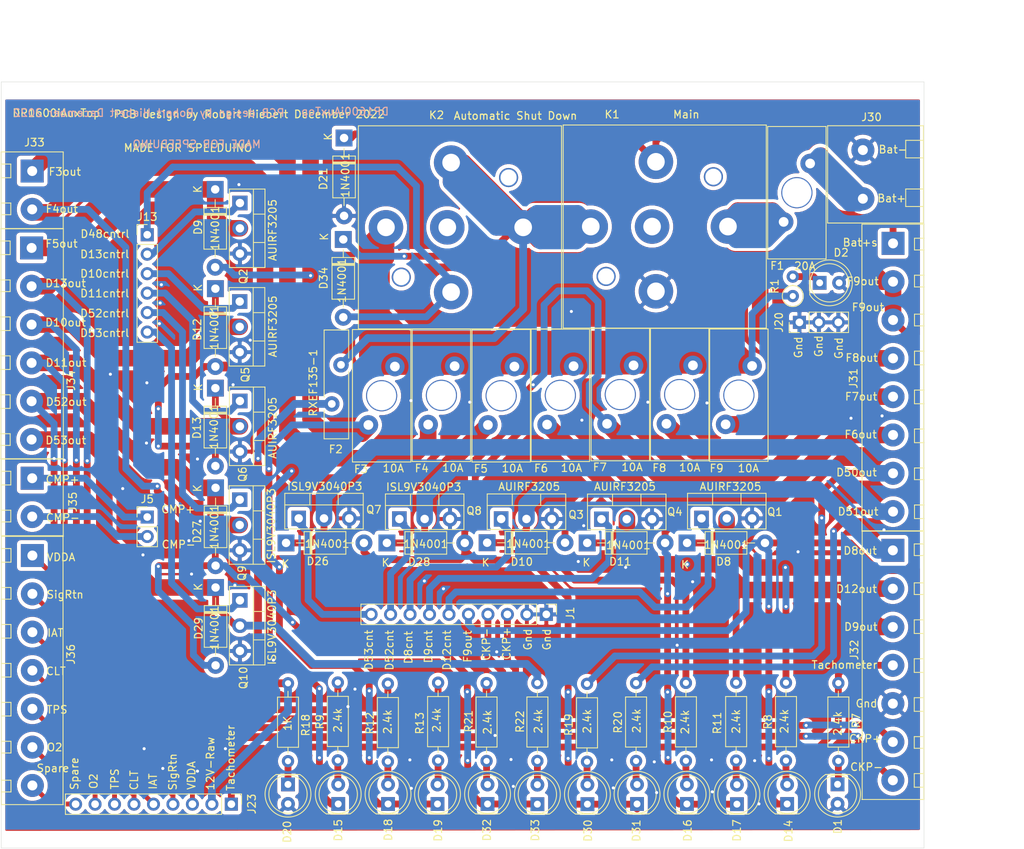
<source format=kicad_pcb>
(kicad_pcb (version 20171130) (host pcbnew "(5.1.6)-1")
  (title_block (title DP1600iAuxTop) (date 2022-11-27) (company "Robert Hiebert"))
  (layers (0 F.Cu signal) (31 B.Cu signal) (34 B.Paste user) (35 F.Paste user) (36 B.SilkS user) (37 F.SilkS user) (38 B.Mask user) (39 F.Mask user) (44 Edge.Cuts user))
  (net 0 "")
  (net 1 GND)
  (net 2 "Net-(D1-Pad1)")
  (net 3 "Net-(D14-Pad2)")
  (net 4 "Net-(D15-Pad2)")
  (net 5 "Net-(D16-Pad2)")
  (net 6 "Net-(D17-Pad2)")
  (net 7 "Net-(D18-Pad2)")
  (net 8 "Net-(D19-Pad2)")
  (net 9 F7-out)
  (net 10 D12-out)
  (net 11 D13-out)
  (net 12 F3-out)
  (net 13 D8-out)
  (net 14 D9-out)
  (net 15 F4-out)
  (net 16 D10-out)
  (net 17 D11-out)
  (net 18 Bat+s)
  (net 19 F5-out)
  (net 20 D50-out)
  (net 21 F6-out)
  (net 22 D52-out)
  (net 23 D51-out)
  (net 24 D53-out)
  (net 25 D48-control)
  (net 26 "Net-(D34-Pad1)")
  (net 27 Bat+)
  (net 28 "Net-(F1-Pad1)")
  (net 29 12V-Raw)
  (net 30 "Net-(F3-Pad1)")
  (net 31 F8-out)
  (net 32 F9-out)
  (net 33 CMP-)
  (net 34 Tachometer)
  (net 35 D8-control)
  (net 36 D9-control)
  (net 37 D10-control)
  (net 38 D11-control)
  (net 39 D12-control)
  (net 40 D13-control)
  (net 41 D50-control)
  (net 42 D51-control)
  (net 43 D52-control)
  (net 44 D53-control)
  (net 45 VDDA)
  (net 46 SigRtn)
  (net 47 Spare-ADC)
  (net 48 TPS-Sensor)
  (net 49 O2-Sensor)
  (net 50 CLT-Sensor)
  (net 51 IAT-Sensor)
  (net 52 CMP+)
  (net 53 "Net-(K1-Pad87A)")
  (net 54 "Net-(K2-Pad87A)")
  (net 55 CKP+)
  (net 56 CKP-)
  (net 57 "Net-(D30-Pad2)")
  (net 58 "Net-(D31-Pad2)")
  (net 59 "Net-(D32-Pad2)")
  (net 60 "Net-(D33-Pad2)")
  (net 61 "Net-(D20-Pad1)")
  (net 62 "Net-(D2-Pad1)")
  (module LED_THT:LED_D5.0mm (layer F.Cu) (at 139.0142 118.7069 270)
    (fp_text reference D20 (at 6.1849 0.1016 90) (layer F.SilkS))
    (fp_text value LED)
    (pad 2 thru_hole circle (at 2.54 0 270) (size 1.8 1.8) (drill 0.9) (layers *.Cu *.Mask) (net 1 GND))
    (pad 1 thru_hole rect (at 0 0 270) (size 1.8 1.8) (drill 0.9) (layers *.Cu *.Mask) (net 61 "Net-(D20-Pad1)"))
  )
  (module Resistor_THT:R_Axial_DIN0207_L6.3mm_D2.5mm_P2.54mm_Vertical (layer F.Cu) (at 204.8764 54.991 90)
    (fp_text reference R1 (at 1.27 -2.37 90) (layer F.SilkS))
    (fp_text value 1K)
    (pad 2 thru_hole oval (at 2.54 0 90) (size 1.6 1.6) (drill 0.8) (layers *.Cu *.Mask) (net 62 "Net-(D2-Pad1)"))
    (pad 1 thru_hole circle (at 0 0 90) (size 1.6 1.6) (drill 0.8) (layers *.Cu *.Mask) (net 30 "Net-(F3-Pad1)"))
  )
  (module LED_THT:LED_D5.0mm (layer F.Cu) (at 208.3816 53.2638)
    (fp_text reference D2 (at 2.794 -3.937) (layer F.SilkS))
    (fp_text value LED)
    (pad 2 thru_hole circle (at 2.54 0) (size 1.8 1.8) (drill 0.9) (layers *.Cu *.Mask) (net 1 GND))
    (pad 1 thru_hole rect (at 0 0) (size 1.8 1.8) (drill 0.9) (layers *.Cu *.Mask) (net 62 "Net-(D2-Pad1)"))
  )
  (module Connector_PinHeader_2.54mm:PinHeader_1x03_P2.54mm_Vertical (layer F.Cu) (at 205.74 58.42 90)
    (fp_text reference J20 (at 0 -2.667 90) (layer F.SilkS))
    (fp_text value Conn_01x03)
    (pad 3 thru_hole oval (at 0 5.08 90) (size 1.7 1.7) (drill 1) (layers *.Cu *.Mask) (net 1 GND))
    (pad 2 thru_hole oval (at 0 2.54 90) (size 1.7 1.7) (drill 1) (layers *.Cu *.Mask) (net 1 GND))
    (pad 1 thru_hole rect (at 0 0 90) (size 1.7 1.7) (drill 1) (layers *.Cu *.Mask) (net 1 GND))
  )
  (module Connector_PinHeader_2.54mm:PinHeader_1x02_P2.54mm_Vertical (layer F.Cu) (at 120.65 83.82)
    (fp_text reference J5 (at 0 -2.33) (layer F.SilkS))
    (fp_text value Conn_01x02)
    (pad 2 thru_hole oval (at 0 2.54) (size 1.7 1.7) (drill 1) (layers *.Cu *.Mask) (net 33 CMP-))
    (pad 1 thru_hole rect (at 0 0) (size 1.7 1.7) (drill 1) (layers *.Cu *.Mask) (net 52 CMP+))
  )
  (module Connector_PinHeader_2.54mm:PinHeader_1x10_P2.54mm_Vertical (layer F.Cu) (at 172.72 96.52 270)
    (fp_text reference J1 (at -0.1397 -3.1242 90) (layer F.SilkS))
    (fp_text value Conn_01x10)
    (pad 10 thru_hole oval (at 0 22.86 270) (size 1.7 1.7) (drill 1) (layers *.Cu *.Mask) (net 41 D50-control))
    (pad 9 thru_hole oval (at 0 20.32 270) (size 1.7 1.7) (drill 1) (layers *.Cu *.Mask) (net 42 D51-control))
    (pad 8 thru_hole oval (at 0 17.78 270) (size 1.7 1.7) (drill 1) (layers *.Cu *.Mask) (net 35 D8-control))
    (pad 7 thru_hole oval (at 0 15.24 270) (size 1.7 1.7) (drill 1) (layers *.Cu *.Mask) (net 36 D9-control))
    (pad 6 thru_hole oval (at 0 12.7 270) (size 1.7 1.7) (drill 1) (layers *.Cu *.Mask) (net 39 D12-control))
    (pad 5 thru_hole oval (at 0 10.16 270) (size 1.7 1.7) (drill 1) (layers *.Cu *.Mask) (net 32 F9-out))
    (pad 4 thru_hole oval (at 0 7.62 270) (size 1.7 1.7) (drill 1) (layers *.Cu *.Mask) (net 56 CKP-))
    (pad 3 thru_hole oval (at 0 5.08 270) (size 1.7 1.7) (drill 1) (layers *.Cu *.Mask) (net 55 CKP+))
    (pad 2 thru_hole oval (at 0 2.54 270) (size 1.7 1.7) (drill 1) (layers *.Cu *.Mask) (net 1 GND))
    (pad 1 thru_hole rect (at 0 0 270) (size 1.7 1.7) (drill 1) (layers *.Cu *.Mask) (net 1 GND))
  )
  (module Connector_PinHeader_2.54mm:PinHeader_1x06_P2.54mm_Vertical (layer F.Cu) (at 120.65 46.99)
    (fp_text reference J13 (at 0 -2.33) (layer F.SilkS))
    (fp_text value Conn_01x06)
    (pad 6 thru_hole oval (at 0 12.7) (size 1.7 1.7) (drill 1) (layers *.Cu *.Mask) (net 44 D53-control))
    (pad 5 thru_hole oval (at 0 10.16) (size 1.7 1.7) (drill 1) (layers *.Cu *.Mask) (net 43 D52-control))
    (pad 4 thru_hole oval (at 0 7.62) (size 1.7 1.7) (drill 1) (layers *.Cu *.Mask) (net 38 D11-control))
    (pad 3 thru_hole oval (at 0 5.08) (size 1.7 1.7) (drill 1) (layers *.Cu *.Mask) (net 37 D10-control))
    (pad 2 thru_hole oval (at 0 2.54) (size 1.7 1.7) (drill 1) (layers *.Cu *.Mask) (net 40 D13-control))
    (pad 1 thru_hole rect (at 0 0) (size 1.7 1.7) (drill 1) (layers *.Cu *.Mask) (net 25 D48-control))
  )
  (module Connector_PinHeader_2.54mm:PinHeader_1x09_P2.54mm_Vertical (layer F.Cu) (at 131.6228 121.285 270)
    (fp_text reference J23 (at -0.0254 -2.667 90) (layer F.SilkS))
    (fp_text value Conn_01x09)
    (pad 9 thru_hole oval (at 0 20.32 270) (size 1.7 1.7) (drill 1) (layers *.Cu *.Mask) (net 47 Spare-ADC))
    (pad 8 thru_hole oval (at 0 17.78 270) (size 1.7 1.7) (drill 1) (layers *.Cu *.Mask) (net 49 O2-Sensor))
    (pad 7 thru_hole oval (at 0 15.24 270) (size 1.7 1.7) (drill 1) (layers *.Cu *.Mask) (net 48 TPS-Sensor))
    (pad 6 thru_hole oval (at 0 12.7 270) (size 1.7 1.7) (drill 1) (layers *.Cu *.Mask) (net 50 CLT-Sensor))
    (pad 5 thru_hole oval (at 0 10.16 270) (size 1.7 1.7) (drill 1) (layers *.Cu *.Mask) (net 51 IAT-Sensor))
    (pad 4 thru_hole oval (at 0 7.62 270) (size 1.7 1.7) (drill 1) (layers *.Cu *.Mask) (net 46 SigRtn))
    (pad 3 thru_hole oval (at 0 5.08 270) (size 1.7 1.7) (drill 1) (layers *.Cu *.Mask) (net 45 VDDA))
    (pad 2 thru_hole oval (at 0 2.54 270) (size 1.7 1.7) (drill 1) (layers *.Cu *.Mask) (net 29 12V-Raw))
    (pad 1 thru_hole rect (at 0 0 270) (size 1.7 1.7) (drill 1) (layers *.Cu *.Mask) (net 34 Tachometer))
  )
  (module "Buggly Gruesome AuxTop:TO-220-3_Vertical_Wide" (layer F.Cu) (at 132.7404 95.4532 270)
    (fp_text reference Q10 (at 9.3472 -0.4572 90) (layer F.SilkS))
    (fp_text value ISL9V3040P3 (at 2.7432 -4.191 90) (layer F.SilkS))
    (pad 1 thru_hole rect (at -0.762 0 270) (size 1.905 2) (drill 1.1) (layers *.Cu *.Mask) (net 44 D53-control))
    (pad 2 thru_hole oval (at 2.54 0 270) (size 1.905 2) (drill 1.1) (layers *.Cu *.Mask) (net 24 D53-out))
    (pad 3 thru_hole oval (at 5.842 0 270) (size 1.905 2) (drill 1.1) (layers *.Cu *.Mask) (net 1 GND))
  )
  (module "Buggly Gruesome AuxTop:TO-220-3_Vertical_Wide" (layer F.Cu) (at 132.715 82.3214 270)
    (fp_text reference Q9 (at 8.8138 -0.3048 90) (layer F.SilkS))
    (fp_text value ISL9V3040P3 (at 2.6416 -4.1148 90) (layer F.SilkS))
    (pad 1 thru_hole rect (at -0.762 0 270) (size 1.905 2) (drill 1.1) (layers *.Cu *.Mask) (net 43 D52-control))
    (pad 2 thru_hole oval (at 2.54 0 270) (size 1.905 2) (drill 1.1) (layers *.Cu *.Mask) (net 22 D52-out))
    (pad 3 thru_hole oval (at 5.842 0 270) (size 1.905 2) (drill 1.1) (layers *.Cu *.Mask) (net 1 GND))
  )
  (module "Buggly Gruesome AuxTop:TO-220-3_Vertical_Wide" (layer F.Cu) (at 154.305 84.074)
    (fp_text reference Q8 (at 8.9916 -1.0668) (layer F.SilkS))
    (fp_text value ISL9V3040P3 (at 2.413 -4.1656) (layer F.SilkS))
    (pad 1 thru_hole rect (at -0.762 0) (size 1.905 2) (drill 1.1) (layers *.Cu *.Mask) (net 42 D51-control))
    (pad 2 thru_hole oval (at 2.54 0) (size 1.905 2) (drill 1.1) (layers *.Cu *.Mask) (net 23 D51-out))
    (pad 3 thru_hole oval (at 5.842 0) (size 1.905 2) (drill 1.1) (layers *.Cu *.Mask) (net 1 GND))
  )
  (module "Buggly Gruesome AuxTop:TO-220-3_Vertical_Wide" (layer F.Cu) (at 141.1732 83.9978)
    (fp_text reference Q7 (at 9.0424 -1.143) (layer F.SilkS))
    (fp_text value ISL9V3040P3 (at 2.6416 -4.1656) (layer F.SilkS))
    (pad 1 thru_hole rect (at -0.762 0) (size 1.905 2) (drill 1.1) (layers *.Cu *.Mask) (net 41 D50-control))
    (pad 2 thru_hole oval (at 2.54 0) (size 1.905 2) (drill 1.1) (layers *.Cu *.Mask) (net 20 D50-out))
    (pad 3 thru_hole oval (at 5.842 0) (size 1.905 2) (drill 1.1) (layers *.Cu *.Mask) (net 1 GND))
  )
  (module "Buggly Gruesome AuxTop:TO-220-3_Vertical_Wide" (layer F.Cu) (at 132.7404 69.4436 270)
    (fp_text reference Q6 (at 8.7884 -0.3556 90) (layer F.SilkS))
    (fp_text value AUIRF3205 (at 2.7432 -4.2672 90) (layer F.SilkS))
    (pad 1 thru_hole rect (at -0.762 0 270) (size 1.905 2) (drill 1.1) (layers *.Cu *.Mask) (net 38 D11-control))
    (pad 2 thru_hole oval (at 2.54 0 270) (size 1.905 2) (drill 1.1) (layers *.Cu *.Mask) (net 17 D11-out))
    (pad 3 thru_hole oval (at 5.842 0 270) (size 1.905 2) (drill 1.1) (layers *.Cu *.Mask) (net 1 GND))
  )
  (module "Buggly Gruesome AuxTop:TO-220-3_Vertical_Wide" (layer F.Cu) (at 132.715 56.4642 270)
    (fp_text reference Q5 (at 8.7884 -0.7366 90) (layer F.SilkS))
    (fp_text value AUIRF3205 (at 2.4892 -4.318 90) (layer F.SilkS))
    (pad 1 thru_hole rect (at -0.762 0 270) (size 1.905 2) (drill 1.1) (layers *.Cu *.Mask) (net 37 D10-control))
    (pad 2 thru_hole oval (at 2.54 0 270) (size 1.905 2) (drill 1.1) (layers *.Cu *.Mask) (net 16 D10-out))
    (pad 3 thru_hole oval (at 5.842 0 270) (size 1.905 2) (drill 1.1) (layers *.Cu *.Mask) (net 1 GND))
  )
  (module "Buggly Gruesome AuxTop:TO-220-3_Vertical_Wide" (layer F.Cu) (at 180.6702 84.0994)
    (fp_text reference Q4 (at 8.8138 -0.9652) (layer F.SilkS))
    (fp_text value AUIRF3205 (at 2.3114 -4.2418) (layer F.SilkS))
    (pad 1 thru_hole rect (at -0.762 0) (size 1.905 2) (drill 1.1) (layers *.Cu *.Mask) (net 36 D9-control))
    (pad 2 thru_hole oval (at 2.54 0) (size 1.905 2) (drill 1.1) (layers *.Cu *.Mask) (net 14 D9-out))
    (pad 3 thru_hole oval (at 5.842 0) (size 1.905 2) (drill 1.1) (layers *.Cu *.Mask) (net 1 GND))
  )
  (module "Buggly Gruesome AuxTop:TO-220-3_Vertical_Wide" (layer F.Cu) (at 167.5892 84.074)
    (fp_text reference Q3 (at 9.017 -0.5588) (layer F.SilkS))
    (fp_text value AUIRF3205 (at 2.8956 -4.2164) (layer F.SilkS))
    (pad 1 thru_hole rect (at -0.762 0) (size 1.905 2) (drill 1.1) (layers *.Cu *.Mask) (net 35 D8-control))
    (pad 2 thru_hole oval (at 2.54 0) (size 1.905 2) (drill 1.1) (layers *.Cu *.Mask) (net 13 D8-out))
    (pad 3 thru_hole oval (at 5.842 0) (size 1.905 2) (drill 1.1) (layers *.Cu *.Mask) (net 1 GND))
  )
  (module "Buggly Gruesome AuxTop:TO-220-3_Vertical_Wide" (layer F.Cu) (at 132.7404 43.6118 270)
    (fp_text reference Q2 (at 8.8138 -0.4572 90) (layer F.SilkS))
    (fp_text value AUIRF3205 (at 2.7686 -4.2672 90) (layer F.SilkS))
    (pad 1 thru_hole rect (at -0.762 0 270) (size 1.905 2) (drill 1.1) (layers *.Cu *.Mask) (net 40 D13-control))
    (pad 2 thru_hole oval (at 2.54 0 270) (size 1.905 2) (drill 1.1) (layers *.Cu *.Mask) (net 11 D13-out))
    (pad 3 thru_hole oval (at 5.842 0 270) (size 1.905 2) (drill 1.1) (layers *.Cu *.Mask) (net 1 GND))
  )
  (module "Buggly Gruesome AuxTop:TO-220-3_Vertical_Wide" (layer F.Cu) (at 193.7258 83.9978)
    (fp_text reference Q1 (at 8.8138 -0.8382) (layer F.SilkS))
    (fp_text value AUIRF3205 (at 3.0226 -4.1402) (layer F.SilkS))
    (pad 1 thru_hole rect (at -0.762 0) (size 1.905 2) (drill 1.1) (layers *.Cu *.Mask) (net 39 D12-control))
    (pad 2 thru_hole oval (at 2.54 0) (size 1.905 2) (drill 1.1) (layers *.Cu *.Mask) (net 10 D12-out))
    (pad 3 thru_hole oval (at 5.842 0) (size 1.905 2) (drill 1.1) (layers *.Cu *.Mask) (net 1 GND))
  )
  (module DP1600iAuxTop:Phoenix_1729063_Rt (layer F.Cu) (at 217.8558 117.221 270)
    (fp_text reference J32 (at -16.0528 4.953 270) (layer F.SilkS))
    (fp_text value Screw_Terminal_01x07)
    (pad 2 thru_hole circle (at -24.0538 -0.0762 90) (size 3 3) (drill 1.3) (layers *.Cu *.Mask) (net 10 D12-out))
    (pad 3 thru_hole circle (at -19.0538 -0.0762 90) (size 3 3) (drill 1.3) (layers *.Cu *.Mask) (net 14 D9-out))
    (pad 4 thru_hole circle (at -14.0538 -0.0762 90) (size 3 3) (drill 1.3) (layers *.Cu *.Mask) (net 34 Tachometer))
    (pad 5 thru_hole circle (at -9.0538 -0.0762 90) (size 3 3) (drill 1.3) (layers *.Cu *.Mask) (net 1 GND))
    (pad 6 thru_hole circle (at -4.0538 -0.0762 90) (size 3 3) (drill 1.3) (layers *.Cu *.Mask) (net 55 CKP+))
    (pad 1 thru_hole rect (at -29.0538 -0.0762 90) (size 3 3) (drill 1.3) (layers *.Cu *.Mask) (net 13 D8-out))
    (pad 7 thru_hole circle (at 0.9462 -0.0762 90) (size 3 3) (drill 1.3) (layers *.Cu *.Mask) (net 56 CKP-))
  )
  (module DP1600iAuxTop:Phoenix_1729076_Rt (layer F.Cu) (at 220.599 16.6116 270)
    (fp_text reference J31 (at 49.1236 7.7978 270) (layer F.SilkS))
    (fp_text value Screw_Terminal_01x08)
    (pad 3 thru_hole circle (at 41.5036 2.6416 90) (size 3 3) (drill 1.3) (layers *.Cu *.Mask) (net 32 F9-out))
    (pad 4 thru_hole circle (at 46.5036 2.6416 90) (size 3 3) (drill 1.3) (layers *.Cu *.Mask) (net 31 F8-out))
    (pad 5 thru_hole circle (at 51.5036 2.6416 90) (size 3 3) (drill 1.3) (layers *.Cu *.Mask) (net 9 F7-out))
    (pad 6 thru_hole circle (at 56.5036 2.6416 90) (size 3 3) (drill 1.3) (layers *.Cu *.Mask) (net 21 F6-out))
    (pad 7 thru_hole circle (at 61.5036 2.6416 90) (size 3 3) (drill 1.3) (layers *.Cu *.Mask) (net 20 D50-out))
    (pad 2 thru_hole circle (at 36.5036 2.6416 90) (size 3 3) (drill 1.3) (layers *.Cu *.Mask) (net 32 F9-out))
    (pad 1 thru_hole rect (at 31.5036 2.6416 90) (size 3 3) (drill 1.3) (layers *.Cu *.Mask) (net 18 Bat+s))
    (pad 8 thru_hole circle (at 66.5036 2.6416 90) (size 3 3) (drill 1.3) (layers *.Cu *.Mask) (net 23 D51-out))
  )
  (module Resistor_THT:R_Axial_DIN0207_L6.3mm_D2.5mm_P10.16mm_Horizontal (layer F.Cu) (at 171.5516 105.4862 270)
    (fp_text reference R22 (at 5.0292 2.2606 90) (layer F.SilkS))
    (fp_text value 2.4k (at 4.9784 -0.127 90) (layer F.SilkS))
    (pad 2 thru_hole oval (at 10.16 0 270) (size 1.6 1.6) (drill 0.8) (layers *.Cu *.Mask) (net 60 "Net-(D33-Pad2)"))
    (pad 1 thru_hole circle (at 0 0 270) (size 1.6 1.6) (drill 0.8) (layers *.Cu *.Mask) (net 24 D53-out))
  )
  (module Resistor_THT:R_Axial_DIN0207_L6.3mm_D2.5mm_P10.16mm_Horizontal (layer F.Cu) (at 164.9222 105.4862 270)
    (fp_text reference R21 (at 4.9784 2.3368 90) (layer F.SilkS))
    (fp_text value 2.4k (at 5.1054 -0.127 90) (layer F.SilkS))
    (pad 2 thru_hole oval (at 10.16 0 270) (size 1.6 1.6) (drill 0.8) (layers *.Cu *.Mask) (net 59 "Net-(D32-Pad2)"))
    (pad 1 thru_hole circle (at 0 0 270) (size 1.6 1.6) (drill 0.8) (layers *.Cu *.Mask) (net 22 D52-out))
  )
  (module Resistor_THT:R_Axial_DIN0207_L6.3mm_D2.5mm_P10.16mm_Horizontal (layer F.Cu) (at 184.4294 105.4862 270)
    (fp_text reference R20 (at 5.1054 2.3622 90) (layer F.SilkS))
    (fp_text value 2.4k (at 4.9276 -0.0762 90) (layer F.SilkS))
    (pad 2 thru_hole oval (at 10.16 0 270) (size 1.6 1.6) (drill 0.8) (layers *.Cu *.Mask) (net 58 "Net-(D31-Pad2)"))
    (pad 1 thru_hole circle (at 0 0 270) (size 1.6 1.6) (drill 0.8) (layers *.Cu *.Mask) (net 23 D51-out))
  )
  (module Resistor_THT:R_Axial_DIN0207_L6.3mm_D2.5mm_P10.16mm_Horizontal (layer F.Cu) (at 178.0286 105.5878 270)
    (fp_text reference R19 (at 5.334 2.3876 90) (layer F.SilkS))
    (fp_text value 2.4k (at 4.8768 -0.0254 90) (layer F.SilkS))
    (pad 2 thru_hole oval (at 10.16 0 270) (size 1.6 1.6) (drill 0.8) (layers *.Cu *.Mask) (net 57 "Net-(D30-Pad2)"))
    (pad 1 thru_hole circle (at 0 0 270) (size 1.6 1.6) (drill 0.8) (layers *.Cu *.Mask) (net 20 D50-out))
  )
  (module Resistor_THT:R_Axial_DIN0207_L6.3mm_D2.5mm_P10.16mm_Horizontal (layer F.Cu) (at 139.0142 105.5116 270)
    (fp_text reference R18 (at 5.461 -2.3114 90) (layer F.SilkS))
    (fp_text value 1K (at 5.2324 0.0508 90) (layer F.SilkS))
    (pad 2 thru_hole oval (at 10.16 0 270) (size 1.6 1.6) (drill 0.8) (layers *.Cu *.Mask) (net 61 "Net-(D20-Pad1)"))
    (pad 1 thru_hole circle (at 0 0 270) (size 1.6 1.6) (drill 0.8) (layers *.Cu *.Mask) (net 29 12V-Raw))
  )
  (module Resistor_THT:R_Axial_DIN0207_L6.3mm_D2.5mm_P10.16mm_Horizontal (layer F.Cu) (at 158.5976 105.4354 270)
    (fp_text reference R13 (at 5.2832 2.3876 90) (layer F.SilkS))
    (fp_text value 2.4k (at 4.8768 0.1778 90) (layer F.SilkS))
    (pad 2 thru_hole oval (at 10.16 0 270) (size 1.6 1.6) (drill 0.8) (layers *.Cu *.Mask) (net 8 "Net-(D19-Pad2)"))
    (pad 1 thru_hole circle (at 0 0 270) (size 1.6 1.6) (drill 0.8) (layers *.Cu *.Mask) (net 17 D11-out))
  )
  (module Resistor_THT:R_Axial_DIN0207_L6.3mm_D2.5mm_P10.16mm_Horizontal (layer F.Cu) (at 152.0444 105.5624 270)
    (fp_text reference R12 (at 5.1562 2.3368 90) (layer F.SilkS))
    (fp_text value 2.4k (at 4.9784 0.0254 90) (layer F.SilkS))
    (pad 2 thru_hole oval (at 10.16 0 270) (size 1.6 1.6) (drill 0.8) (layers *.Cu *.Mask) (net 7 "Net-(D18-Pad2)"))
    (pad 1 thru_hole circle (at 0 0 270) (size 1.6 1.6) (drill 0.8) (layers *.Cu *.Mask) (net 16 D10-out))
  )
  (module Resistor_THT:R_Axial_DIN0207_L6.3mm_D2.5mm_P10.16mm_Horizontal (layer F.Cu) (at 197.485 105.4354 270)
    (fp_text reference R11 (at 5.2578 2.4638 90) (layer F.SilkS))
    (fp_text value 2.4k (at 5.0546 0 90) (layer F.SilkS))
    (pad 2 thru_hole oval (at 10.16 0 270) (size 1.6 1.6) (drill 0.8) (layers *.Cu *.Mask) (net 6 "Net-(D17-Pad2)"))
    (pad 1 thru_hole circle (at 0 0 270) (size 1.6 1.6) (drill 0.8) (layers *.Cu *.Mask) (net 14 D9-out))
  )
  (module Resistor_THT:R_Axial_DIN0207_L6.3mm_D2.5mm_P10.16mm_Horizontal (layer F.Cu) (at 190.9318 105.4608 270)
    (fp_text reference R10 (at 5.08 2.3368 90) (layer F.SilkS))
    (fp_text value 2.4k (at 5.1054 0.1016 90) (layer F.SilkS))
    (pad 2 thru_hole oval (at 10.16 0 270) (size 1.6 1.6) (drill 0.8) (layers *.Cu *.Mask) (net 5 "Net-(D16-Pad2)"))
    (pad 1 thru_hole circle (at 0 0 270) (size 1.6 1.6) (drill 0.8) (layers *.Cu *.Mask) (net 13 D8-out))
  )
  (module Resistor_THT:R_Axial_DIN0207_L6.3mm_D2.5mm_P10.16mm_Horizontal (layer F.Cu) (at 145.5166 105.41 270)
    (fp_text reference R9 (at 5.1308 2.3368 90) (layer F.SilkS))
    (fp_text value 2.4k (at 4.9276 0 90) (layer F.SilkS))
    (pad 2 thru_hole oval (at 10.16 0 270) (size 1.6 1.6) (drill 0.8) (layers *.Cu *.Mask) (net 4 "Net-(D15-Pad2)"))
    (pad 1 thru_hole circle (at 0 0 270) (size 1.6 1.6) (drill 0.8) (layers *.Cu *.Mask) (net 11 D13-out))
  )
  (module Resistor_THT:R_Axial_DIN0207_L6.3mm_D2.5mm_P10.16mm_Horizontal (layer F.Cu) (at 203.9874 105.4354 270)
    (fp_text reference R8 (at 5.1054 2.3622 90) (layer F.SilkS))
    (fp_text value 2.4k (at 5.0292 0.2032 90) (layer F.SilkS))
    (pad 2 thru_hole oval (at 10.16 0 270) (size 1.6 1.6) (drill 0.8) (layers *.Cu *.Mask) (net 3 "Net-(D14-Pad2)"))
    (pad 1 thru_hole circle (at 0 0 270) (size 1.6 1.6) (drill 0.8) (layers *.Cu *.Mask) (net 10 D12-out))
  )
  (module Resistor_THT:R_Axial_DIN0207_L6.3mm_D2.5mm_P10.16mm_Horizontal (layer F.Cu) (at 210.82 115.6462 90)
    (fp_text reference R7 (at 5.2578 2.3368 90) (layer F.SilkS))
    (fp_text value 2.4k (at 4.9022 -0.0762 90) (layer F.SilkS))
    (pad 2 thru_hole oval (at 10.16 0 90) (size 1.6 1.6) (drill 0.8) (layers *.Cu *.Mask) (net 34 Tachometer))
    (pad 1 thru_hole circle (at 0 0 90) (size 1.6 1.6) (drill 0.8) (layers *.Cu *.Mask) (net 2 "Net-(D1-Pad1)"))
  )
  (module Fuse:Fuse_Bourns_MF-RHT750 (layer F.Cu) (at 144.7292 69.0626 90)
    (fp_text reference F2 (at -5.9182 0.5207 180) (layer F.SilkS))
    (fp_text value RXEF135-1 (at 2.7559 -2.4257 90) (layer F.SilkS))
    (pad 2 thru_hole circle (at 5.1 1.2 90) (size 2.01 2.01) (drill 1.01) (layers *.Cu *.Mask) (net 26 "Net-(D34-Pad1)"))
    (pad 1 thru_hole circle (at 0 0 90) (size 2.01 2.01) (drill 1.01) (layers *.Cu *.Mask) (net 29 12V-Raw))
  )
  (module Diode_THT:D_DO-41_SOD81_P10.16mm_Horizontal (layer F.Cu) (at 146.2278 47.5996 270)
    (fp_text reference D34 (at 5.0546 2.5654 90) (layer F.SilkS))
    (fp_text value 1N4001 (at 5.3594 0.1778 90) (layer F.SilkS))
    (fp_text user K (at -0.3556 2.4892 90) (layer F.SilkS))
    (pad 2 thru_hole oval (at 10.16 0 270) (size 2.2 2.2) (drill 1.1) (layers *.Cu *.Mask) (net 25 D48-control))
    (pad 1 thru_hole rect (at 0 0 270) (size 2.2 2.2) (drill 1.1) (layers *.Cu *.Mask) (net 26 "Net-(D34-Pad1)"))
  )
  (module Diode_THT:D_DO-41_SOD81_P10.16mm_Horizontal (layer F.Cu) (at 129.5654 93.0148 270)
    (fp_text reference D29 (at 5.334 2.2098 90) (layer F.SilkS))
    (fp_text value 1N4001 (at 5.2578 0.127 90) (layer F.SilkS))
    (fp_text user K (at -0.0762 2.2606 90) (layer F.SilkS))
    (pad 2 thru_hole oval (at 10.16 0 270) (size 2.2 2.2) (drill 1.1) (layers *.Cu *.Mask) (net 15 F4-out))
    (pad 1 thru_hole rect (at 0 0 270) (size 2.2 2.2) (drill 1.1) (layers *.Cu *.Mask) (net 24 D53-out))
  )
  (module Diode_THT:D_DO-41_SOD81_P10.16mm_Horizontal (layer F.Cu) (at 151.9174 87.1982)
    (fp_text reference D28 (at 4.2164 2.4892) (layer F.SilkS))
    (fp_text value 1N4001 (at 5.08 0.1524) (layer F.SilkS))
    (fp_text user K (at -0.1778 2.5654) (layer F.SilkS))
    (pad 2 thru_hole oval (at 10.16 0) (size 2.2 2.2) (drill 1.1) (layers *.Cu *.Mask) (net 9 F7-out))
    (pad 1 thru_hole rect (at 0 0) (size 2.2 2.2) (drill 1.1) (layers *.Cu *.Mask) (net 23 D51-out))
  )
  (module Diode_THT:D_DO-41_SOD81_P10.16mm_Horizontal (layer F.Cu) (at 129.5654 80.01 270)
    (fp_text reference D27 (at 5.7658 2.413 90) (layer F.SilkS))
    (fp_text value 1N4001 (at 5.1054 0.1524 90) (layer F.SilkS))
    (fp_text user K (at 0.0508 2.3622 90) (layer F.SilkS))
    (pad 2 thru_hole oval (at 10.16 0 270) (size 2.2 2.2) (drill 1.1) (layers *.Cu *.Mask) (net 15 F4-out))
    (pad 1 thru_hole rect (at 0 0 270) (size 2.2 2.2) (drill 1.1) (layers *.Cu *.Mask) (net 22 D52-out))
  )
  (module Diode_THT:D_DO-41_SOD81_P10.16mm_Horizontal (layer F.Cu) (at 138.7602 87.1982)
    (fp_text reference D26 (at 4.1402 2.3876) (layer F.SilkS))
    (fp_text value 1N4001 (at 5.3594 0.127) (layer F.SilkS))
    (fp_text user K (at -0.0762 2.7432) (layer F.SilkS))
    (pad 2 thru_hole oval (at 10.16 0) (size 2.2 2.2) (drill 1.1) (layers *.Cu *.Mask) (net 9 F7-out))
    (pad 1 thru_hole rect (at 0 0) (size 2.2 2.2) (drill 1.1) (layers *.Cu *.Mask) (net 20 D50-out))
  )
  (module Diode_THT:D_DO-41_SOD81_P10.16mm_Horizontal (layer F.Cu) (at 146.3294 34.3662 270)
    (fp_text reference D21 (at 5.334 2.7051 90) (layer F.SilkS))
    (fp_text value 1N4001 (at 4.8768 -0.1778 90) (layer F.SilkS))
    (fp_text user K (at -0.1778 2.0574 90) (layer F.SilkS))
    (pad 2 thru_hole oval (at 10.16 0 270) (size 2.2 2.2) (drill 1.1) (layers *.Cu *.Mask) (net 1 GND))
    (pad 1 thru_hole rect (at 0 0 270) (size 2.2 2.2) (drill 1.1) (layers *.Cu *.Mask) (net 18 Bat+s))
  )
  (module Diode_THT:D_DO-41_SOD81_P10.16mm_Horizontal (layer F.Cu) (at 129.54 67.0052 270)
    (fp_text reference D13 (at 5.1816 2.413 90) (layer F.SilkS))
    (fp_text value 1N4001 (at 5.0546 0.1778 90) (layer F.SilkS))
    (fp_text user K (at -0.1016 2.2352 90) (layer F.SilkS))
    (pad 2 thru_hole oval (at 10.16 0 270) (size 2.2 2.2) (drill 1.1) (layers *.Cu *.Mask) (net 19 F5-out))
    (pad 1 thru_hole rect (at 0 0 270) (size 2.2 2.2) (drill 1.1) (layers *.Cu *.Mask) (net 17 D11-out))
  )
  (module Diode_THT:D_DO-41_SOD81_P10.16mm_Horizontal (layer F.Cu) (at 129.54 54.0258 270)
    (fp_text reference D12 (at 5.334 2.3622 90) (layer F.SilkS))
    (fp_text value 1N4001 (at 5.0546 0.127 90) (layer F.SilkS))
    (fp_text user K (at -0.127 2.2606 90) (layer F.SilkS))
    (pad 2 thru_hole oval (at 10.16 0 270) (size 2.2 2.2) (drill 1.1) (layers *.Cu *.Mask) (net 19 F5-out))
    (pad 1 thru_hole rect (at 0 0 270) (size 2.2 2.2) (drill 1.1) (layers *.Cu *.Mask) (net 16 D10-out))
  )
  (module Diode_THT:D_DO-41_SOD81_P10.16mm_Horizontal (layer F.Cu) (at 178.054 87.1982)
    (fp_text reference D11 (at 4.318 2.4384) (layer F.SilkS))
    (fp_text value 1N4001 (at 5.3594 0.3048) (layer F.SilkS))
    (fp_text user K (at -0.1016 2.5654) (layer F.SilkS))
    (pad 2 thru_hole oval (at 10.16 0) (size 2.2 2.2) (drill 1.1) (layers *.Cu *.Mask) (net 21 F6-out))
    (pad 1 thru_hole rect (at 0 0) (size 2.2 2.2) (drill 1.1) (layers *.Cu *.Mask) (net 14 D9-out))
  )
  (module Diode_THT:D_DO-41_SOD81_P10.16mm_Horizontal (layer F.Cu) (at 164.9984 87.1728)
    (fp_text reference D10 (at 4.5212 2.4892) (layer F.SilkS))
    (fp_text value 1N4001 (at 5.3848 0.1524) (layer F.SilkS))
    (fp_text user K (at -0.2032 2.5908) (layer F.SilkS))
    (pad 2 thru_hole oval (at 10.16 0) (size 2.2 2.2) (drill 1.1) (layers *.Cu *.Mask) (net 21 F6-out))
    (pad 1 thru_hole rect (at 0 0) (size 2.2 2.2) (drill 1.1) (layers *.Cu *.Mask) (net 13 D8-out))
  )
  (module Diode_THT:D_DO-41_SOD81_P10.16mm_Horizontal (layer F.Cu) (at 129.5146 41.0718 270)
    (fp_text reference D9 (at 4.953 2.2352 90) (layer F.SilkS))
    (fp_text value 1N4001 (at 5.0546 0 90) (layer F.SilkS))
    (fp_text user K (at -0.0254 2.286 90) (layer F.SilkS))
    (pad 2 thru_hole oval (at 10.16 0 270) (size 2.2 2.2) (drill 1.1) (layers *.Cu *.Mask) (net 12 F3-out))
    (pad 1 thru_hole rect (at 0 0 270) (size 2.2 2.2) (drill 1.1) (layers *.Cu *.Mask) (net 11 D13-out))
  )
  (module Diode_THT:D_DO-41_SOD81_P10.16mm_Horizontal (layer F.Cu) (at 191.0842 87.1982)
    (fp_text reference D8 (at 4.7752 2.4384) (layer F.SilkS))
    (fp_text value 1N4001 (at 5.1054 0.254) (layer F.SilkS))
    (fp_text user K (at -0.2794 2.8448) (layer F.SilkS))
    (pad 2 thru_hole oval (at 10.16 0) (size 2.2 2.2) (drill 1.1) (layers *.Cu *.Mask) (net 32 F9-out))
    (pad 1 thru_hole rect (at 0 0) (size 2.2 2.2) (drill 1.1) (layers *.Cu *.Mask) (net 10 D12-out))
  )
  (module DP1600iAuxTop:Phoenix_1714955 (layer F.Cu) (at 214.0204 42.291 270)
    (fp_text reference J30 (at -10.6426 -1.1303 180) (layer F.SilkS))
    (fp_text value Screw_Terminal_01x02)
    (pad 1 thru_hole circle (at -6.35 0 270) (size 3 3) (drill 1.3) (layers *.Cu *.Mask) (net 1 GND))
    (pad 2 thru_hole circle (at 0 0 270) (size 3 3) (drill 1.3) (layers *.Cu *.Mask) (net 27 Bat+))
  )
  (module DP1600iAuxTop:VCF4-1000 (layer F.Cu) (at 169.6974 46.0248 180)
    (fp_text reference K2 (at 11.303 14.6431) (layer F.SilkS))
    (fp_text value "Automatic Shut Down" (at 1.0033 14.5542) (layer F.SilkS))
    (pad 30 thru_hole circle (at 0 0 180) (size 4.5 4.5) (drill 2.3) (layers *.Cu *.Mask) (net 26 "Net-(D34-Pad1)"))
    (pad 87A thru_hole circle (at 9.9 0 180) (size 4.5 4.5) (drill 2.3) (layers *.Cu *.Mask) (net 54 "Net-(K2-Pad87A)"))
    (pad 87 thru_hole circle (at 17.9 0 180) (size 4.5 4.5) (drill 2.3) (layers *.Cu *.Mask) (net 30 "Net-(F3-Pad1)"))
    (pad 85 thru_hole circle (at 9.4 -8.45 180) (size 4.5 4.5) (drill 2.3) (layers *.Cu *.Mask) (net 25 D48-control))
    (pad 86 thru_hole circle (at 9.4 8.45 180) (size 4.5 4.5) (drill 2.3) (layers *.Cu *.Mask) (net 26 "Net-(D34-Pad1)"))
    (pad "" thru_hole circle (at 1.9 6.5 180) (size 2.5 2.5) (drill 2.1) (layers *.Cu *.Mask))
    (pad "" thru_hole circle (at 15.9 -6.5 180) (size 2.5 2.5) (drill 2.1) (layers *.Cu *.Mask))
  )
  (module DP1600iAuxTop:VCF4-1000 (layer F.Cu) (at 196.4182 45.9232 180)
    (fp_text reference K1 (at 15.113 14.6304) (layer F.SilkS))
    (fp_text value Main (at 5.4356 14.6304) (layer F.SilkS))
    (pad 30 thru_hole circle (at 0 0 180) (size 4.5 4.5) (drill 2.3) (layers *.Cu *.Mask) (net 28 "Net-(F1-Pad1)"))
    (pad 87A thru_hole circle (at 9.9 0 180) (size 4.5 4.5) (drill 2.3) (layers *.Cu *.Mask) (net 53 "Net-(K1-Pad87A)"))
    (pad 87 thru_hole circle (at 17.9 0 180) (size 4.5 4.5) (drill 2.3) (layers *.Cu *.Mask) (net 26 "Net-(D34-Pad1)"))
    (pad 85 thru_hole circle (at 9.4 -8.45 180) (size 4.5 4.5) (drill 2.3) (layers *.Cu *.Mask) (net 1 GND))
    (pad 86 thru_hole circle (at 9.4 8.45 180) (size 4.5 4.5) (drill 2.3) (layers *.Cu *.Mask) (net 18 Bat+s))
    (pad "" thru_hole circle (at 1.9 6.5 180) (size 2.5 2.5) (drill 2.1) (layers *.Cu *.Mask))
    (pad "" thru_hole circle (at 15.9 -6.5 180) (size 2.5 2.5) (drill 2.1) (layers *.Cu *.Mask))
  )
  (module DP1600iAuxTop:Phoenix_1729063 (layer F.Cu) (at 105.664 113.8428 270)
    (fp_text reference J36 (at -12.1158 -5.0292 90) (layer F.SilkS))
    (fp_text value Screw_Terminal_01x07)
    (pad 6 thru_hole circle (at 0 0 270) (size 3 3) (drill 1.3) (layers *.Cu *.Mask) (net 49 O2-Sensor))
    (pad 5 thru_hole circle (at -5 0 270) (size 3 3) (drill 1.3) (layers *.Cu *.Mask) (net 48 TPS-Sensor))
    (pad 4 thru_hole circle (at -10 0 270) (size 3 3) (drill 1.3) (layers *.Cu *.Mask) (net 50 CLT-Sensor))
    (pad 3 thru_hole circle (at -15 0 270) (size 3 3) (drill 1.3) (layers *.Cu *.Mask) (net 51 IAT-Sensor))
    (pad 2 thru_hole circle (at -20 0 270) (size 3 3) (drill 1.3) (layers *.Cu *.Mask) (net 46 SigRtn))
    (pad 7 thru_hole circle (at 5 0 270) (size 3 3) (drill 1.3) (layers *.Cu *.Mask) (net 47 Spare-ADC))
    (pad 1 thru_hole rect (at -25 0 270) (size 3 3) (drill 1.3) (layers *.Cu *.Mask) (net 45 VDDA))
  )
  (module DP1600iAuxTop:Phoenix_1730010 (layer F.Cu) (at 105.6386 103.759 270)
    (fp_text reference J35 (at -21.8948 -5.3086 90) (layer F.SilkS))
    (fp_text value Screw_Terminal_01x02)
    (pad 2 thru_hole circle (at -20 0 270) (size 3 3) (drill 1.3) (layers *.Cu *.Mask) (net 33 CMP-))
    (pad 1 thru_hole rect (at -25 0 270) (size 3 3) (drill 1.3) (layers *.Cu *.Mask) (net 52 CMP+))
  )
  (module DP1600iAuxTop:Phoenix_1715190 (layer F.Cu) (at 105.5624 73.7108 270)
    (fp_text reference J34 (at -7.6962 -5.1562 90) (layer F.SilkS))
    (fp_text value Screw_Terminal_01x06)
    (pad 6 thru_hole circle (at 0 0 270) (size 3 3) (drill 1.3) (layers *.Cu *.Mask) (net 24 D53-out))
    (pad 5 thru_hole circle (at -5 0 270) (size 3 3) (drill 1.3) (layers *.Cu *.Mask) (net 22 D52-out))
    (pad 4 thru_hole circle (at -10 0 270) (size 3 3) (drill 1.3) (layers *.Cu *.Mask) (net 17 D11-out))
    (pad 3 thru_hole circle (at -15 0 270) (size 3 3) (drill 1.3) (layers *.Cu *.Mask) (net 16 D10-out))
    (pad 2 thru_hole circle (at -20 0 270) (size 3 3) (drill 1.3) (layers *.Cu *.Mask) (net 11 D13-out))
    (pad 1 thru_hole rect (at -25 0 270) (size 3 3) (drill 1.3) (layers *.Cu *.Mask) (net 19 F5-out))
  )
  (module DP1600iAuxTop:Phoenix_1730010 (layer F.Cu) (at 105.6386 63.6778 270)
    (fp_text reference J33 (at -28.7274 -0.2921 180) (layer F.SilkS))
    (fp_text value Screw_Terminal_01x02)
    (pad 2 thru_hole circle (at -20 0 270) (size 3 3) (drill 1.3) (layers *.Cu *.Mask) (net 15 F4-out))
    (pad 1 thru_hole rect (at -25 0 270) (size 3 3) (drill 1.3) (layers *.Cu *.Mask) (net 12 F3-out))
  )
  (module DP1600iAuxTop:01530008Z_Fuse_Holder (layer F.Cu) (at 197.8406 67.9196 180)
    (fp_text reference F9 (at 2.9083 -9.5504) (layer F.SilkS))
    (fp_text value 10A (at -1.2446 -9.5504) (layer F.SilkS))
    (pad "" thru_hole circle (at 0 0 180) (size 4.064 4.064) (drill 3.7846) (layers *.Cu *.Mask))
    (pad 2 thru_hole circle (at 1.7272 -3.81 180) (size 2.54 2.54) (drill 1.27) (layers *.Cu *.Mask) (net 32 F9-out))
    (pad 1 thru_hole circle (at -1.7272 3.81 180) (size 2.54 2.54) (drill 1.27) (layers *.Cu *.Mask) (net 30 "Net-(F3-Pad1)"))
  )
  (module DP1600iAuxTop:01530008Z_Fuse_Holder (layer F.Cu) (at 190.119 67.8434 180)
    (fp_text reference F8 (at 2.6543 -9.5758) (layer F.SilkS))
    (fp_text value 10A (at -1.3081 -9.525) (layer F.SilkS))
    (pad "" thru_hole circle (at 0 0 180) (size 4.064 4.064) (drill 3.7846) (layers *.Cu *.Mask))
    (pad 2 thru_hole circle (at 1.7272 -3.81 180) (size 2.54 2.54) (drill 1.27) (layers *.Cu *.Mask) (net 31 F8-out))
    (pad 1 thru_hole circle (at -1.7272 3.81 180) (size 2.54 2.54) (drill 1.27) (layers *.Cu *.Mask) (net 30 "Net-(F3-Pad1)"))
  )
  (module DP1600iAuxTop:01530008Z_Fuse_Holder (layer F.Cu) (at 182.372 67.8434 180)
    (fp_text reference F7 (at 2.667 -9.4742) (layer F.SilkS))
    (fp_text value 10A (at -1.5367 -9.4742) (layer F.SilkS))
    (pad "" thru_hole circle (at 0 0 180) (size 4.064 4.064) (drill 3.7846) (layers *.Cu *.Mask))
    (pad 2 thru_hole circle (at 1.7272 -3.81 180) (size 2.54 2.54) (drill 1.27) (layers *.Cu *.Mask) (net 9 F7-out))
    (pad 1 thru_hole circle (at -1.7272 3.81 180) (size 2.54 2.54) (drill 1.27) (layers *.Cu *.Mask) (net 30 "Net-(F3-Pad1)"))
  )
  (module DP1600iAuxTop:01530008Z_Fuse_Holder (layer F.Cu) (at 174.5488 67.945 180)
    (fp_text reference F6 (at 2.5146 -9.525) (layer F.SilkS))
    (fp_text value 10A (at -1.4478 -9.4742) (layer F.SilkS))
    (pad "" thru_hole circle (at 0 0 180) (size 4.064 4.064) (drill 3.7846) (layers *.Cu *.Mask))
    (pad 2 thru_hole circle (at 1.7272 -3.81 180) (size 2.54 2.54) (drill 1.27) (layers *.Cu *.Mask) (net 21 F6-out))
    (pad 1 thru_hole circle (at -1.7272 3.81 180) (size 2.54 2.54) (drill 1.27) (layers *.Cu *.Mask) (net 30 "Net-(F3-Pad1)"))
  )
  (module DP1600iAuxTop:01530008Z_Fuse_Holder (layer F.Cu) (at 166.8272 67.9958 180)
    (fp_text reference F5 (at 2.6543 -9.525) (layer F.SilkS))
    (fp_text value 10A (at -1.4605 -9.4742) (layer F.SilkS))
    (pad "" thru_hole circle (at 0 0 180) (size 4.064 4.064) (drill 3.7846) (layers *.Cu *.Mask))
    (pad 2 thru_hole circle (at 1.7272 -3.81 180) (size 2.54 2.54) (drill 1.27) (layers *.Cu *.Mask) (net 19 F5-out))
    (pad 1 thru_hole circle (at -1.7272 3.81 180) (size 2.54 2.54) (drill 1.27) (layers *.Cu *.Mask) (net 30 "Net-(F3-Pad1)"))
  )
  (module DP1600iAuxTop:01530008Z_Fuse_Holder (layer F.Cu) (at 159.0294 67.945 180)
    (fp_text reference F4 (at 2.5654 -9.525) (layer F.SilkS))
    (fp_text value 10A (at -1.4859 -9.4742) (layer F.SilkS))
    (pad "" thru_hole circle (at 0 0 180) (size 4.064 4.064) (drill 3.7846) (layers *.Cu *.Mask))
    (pad 2 thru_hole circle (at 1.7272 -3.81 180) (size 2.54 2.54) (drill 1.27) (layers *.Cu *.Mask) (net 15 F4-out))
    (pad 1 thru_hole circle (at -1.7272 3.81 180) (size 2.54 2.54) (drill 1.27) (layers *.Cu *.Mask) (net 30 "Net-(F3-Pad1)"))
  )
  (module DP1600iAuxTop:01530008Z_Fuse_Holder (layer F.Cu) (at 151.2316 67.9958 180)
    (fp_text reference F3 (at 2.6924 -9.5758) (layer F.SilkS))
    (fp_text value 10A (at -1.524 -9.4742) (layer F.SilkS))
    (pad "" thru_hole circle (at 0 0 180) (size 4.064 4.064) (drill 3.7846) (layers *.Cu *.Mask))
    (pad 2 thru_hole circle (at 1.7272 -3.81 180) (size 2.54 2.54) (drill 1.27) (layers *.Cu *.Mask) (net 12 F3-out))
    (pad 1 thru_hole circle (at -1.7272 3.81 180) (size 2.54 2.54) (drill 1.27) (layers *.Cu *.Mask) (net 30 "Net-(F3-Pad1)"))
  )
  (module DP1600iAuxTop:01530008Z_Fuse_Holder (layer F.Cu) (at 205.4098 41.5036)
    (fp_text reference F1 (at -2.5654 9.5377) (layer F.SilkS))
    (fp_text value 20A (at 1.0287 9.5758) (layer F.SilkS))
    (pad "" thru_hole circle (at 0 0) (size 4.064 4.064) (drill 3.7846) (layers *.Cu *.Mask))
    (pad 2 thru_hole circle (at 1.7272 -3.81) (size 2.54 2.54) (drill 1.27) (layers *.Cu *.Mask) (net 27 Bat+))
    (pad 1 thru_hole circle (at -1.7272 3.81) (size 2.54 2.54) (drill 1.27) (layers *.Cu *.Mask) (net 28 "Net-(F1-Pad1)"))
  )
  (module LED_THT:LED_D5.0mm (layer F.Cu) (at 171.5516 121.285 90)
    (fp_text reference D33 (at -3.4036 -0.2794 90) (layer F.SilkS))
    (fp_text value LED)
    (pad 2 thru_hole circle (at 2.54 0 90) (size 1.8 1.8) (drill 0.9) (layers *.Cu *.Mask) (net 60 "Net-(D33-Pad2)"))
    (pad 1 thru_hole rect (at 0 0 90) (size 1.8 1.8) (drill 0.9) (layers *.Cu *.Mask) (net 15 F4-out))
  )
  (module LED_THT:LED_D5.0mm (layer F.Cu) (at 165.0492 121.2596 90)
    (fp_text reference D32 (at -3.4036 -0.0762 90) (layer F.SilkS))
    (fp_text value LED)
    (pad 2 thru_hole circle (at 2.54 0 90) (size 1.8 1.8) (drill 0.9) (layers *.Cu *.Mask) (net 59 "Net-(D32-Pad2)"))
    (pad 1 thru_hole rect (at 0 0 90) (size 1.8 1.8) (drill 0.9) (layers *.Cu *.Mask) (net 15 F4-out))
  )
  (module LED_THT:LED_D5.0mm (layer F.Cu) (at 184.5564 121.2596 90)
    (fp_text reference D31 (at -3.4798 -0.0762 90) (layer F.SilkS))
    (fp_text value LED)
    (pad 2 thru_hole circle (at 2.54 0 90) (size 1.8 1.8) (drill 0.9) (layers *.Cu *.Mask) (net 58 "Net-(D31-Pad2)"))
    (pad 1 thru_hole rect (at 0 0 90) (size 1.8 1.8) (drill 0.9) (layers *.Cu *.Mask) (net 9 F7-out))
  )
  (module LED_THT:LED_D5.0mm (layer F.Cu) (at 178.0794 121.285 90)
    (fp_text reference D30 (at -3.4544 0.0762 90) (layer F.SilkS))
    (fp_text value LED)
    (pad 2 thru_hole circle (at 2.54 0 90) (size 1.8 1.8) (drill 0.9) (layers *.Cu *.Mask) (net 57 "Net-(D30-Pad2)"))
    (pad 1 thru_hole rect (at 0 0 90) (size 1.8 1.8) (drill 0.9) (layers *.Cu *.Mask) (net 9 F7-out))
  )
  (module LED_THT:LED_D5.0mm (layer F.Cu) (at 158.5214 121.2596 90)
    (fp_text reference D19 (at -3.4544 0.0762 90) (layer F.SilkS))
    (fp_text value LED)
    (pad 2 thru_hole circle (at 2.54 0 90) (size 1.8 1.8) (drill 0.9) (layers *.Cu *.Mask) (net 8 "Net-(D19-Pad2)"))
    (pad 1 thru_hole rect (at 0 0 90) (size 1.8 1.8) (drill 0.9) (layers *.Cu *.Mask) (net 19 F5-out))
  )
  (module LED_THT:LED_D5.0mm (layer F.Cu) (at 152.0698 121.2596 90)
    (fp_text reference D18 (at -3.3782 0.0254 90) (layer F.SilkS))
    (fp_text value LED)
    (pad 2 thru_hole circle (at 2.54 0 90) (size 1.8 1.8) (drill 0.9) (layers *.Cu *.Mask) (net 7 "Net-(D18-Pad2)"))
    (pad 1 thru_hole rect (at 0 0 90) (size 1.8 1.8) (drill 0.9) (layers *.Cu *.Mask) (net 19 F5-out))
  )
  (module LED_THT:LED_D5.0mm (layer F.Cu) (at 197.5866 121.285 90)
    (fp_text reference D17 (at -3.429 0 90) (layer F.SilkS))
    (fp_text value LED)
    (pad 2 thru_hole circle (at 2.54 0 90) (size 1.8 1.8) (drill 0.9) (layers *.Cu *.Mask) (net 6 "Net-(D17-Pad2)"))
    (pad 1 thru_hole rect (at 0 0 90) (size 1.8 1.8) (drill 0.9) (layers *.Cu *.Mask) (net 21 F6-out))
  )
  (module LED_THT:LED_D5.0mm (layer F.Cu) (at 191.0588 121.2596 90)
    (fp_text reference D16 (at -3.4544 0.1016 90) (layer F.SilkS))
    (fp_text value LED)
    (pad 2 thru_hole circle (at 2.54 0 90) (size 1.8 1.8) (drill 0.9) (layers *.Cu *.Mask) (net 5 "Net-(D16-Pad2)"))
    (pad 1 thru_hole rect (at 0 0 90) (size 1.8 1.8) (drill 0.9) (layers *.Cu *.Mask) (net 21 F6-out))
  )
  (module LED_THT:LED_D5.0mm (layer F.Cu) (at 145.5674 121.2596 90)
    (fp_text reference D15 (at -3.429 0 90) (layer F.SilkS))
    (fp_text value LED)
    (pad 2 thru_hole circle (at 2.54 0 90) (size 1.8 1.8) (drill 0.9) (layers *.Cu *.Mask) (net 4 "Net-(D15-Pad2)"))
    (pad 1 thru_hole rect (at 0 0 90) (size 1.8 1.8) (drill 0.9) (layers *.Cu *.Mask) (net 12 F3-out))
  )
  (module LED_THT:LED_D5.0mm (layer F.Cu) (at 204.1398 121.2596 90)
    (fp_text reference D14 (at -3.5306 0.1778 90) (layer F.SilkS))
    (fp_text value LED)
    (pad 2 thru_hole circle (at 2.54 0 90) (size 1.8 1.8) (drill 0.9) (layers *.Cu *.Mask) (net 3 "Net-(D14-Pad2)"))
    (pad 1 thru_hole rect (at 0 0 90) (size 1.8 1.8) (drill 0.9) (layers *.Cu *.Mask) (net 32 F9-out))
  )
  (module LED_THT:LED_D5.0mm (layer F.Cu) (at 210.7184 118.6942 270)
    (fp_text reference D1 (at 5.5118 -0.0254 90) (layer F.SilkS))
    (fp_text value LED)
    (pad 2 thru_hole circle (at 2.54 0 270) (size 1.8 1.8) (drill 0.9) (layers *.Cu *.Mask) (net 1 GND))
    (pad 1 thru_hole rect (at 0 0 270) (size 1.8 1.8) (drill 0.9) (layers *.Cu *.Mask) (net 2 "Net-(D1-Pad1)"))
  )
  (gr_text DP1600iAuxTop (at 146.4564 30.9118) (layer B.SilkS) (effects (font (size 1 1)) (justify mirror)))
  (gr_text DP1600iAuxTop (at 108.7882 31.115) (layer F.SilkS) (effects (font (size 1 1))))
  (gr_text Bat- (at 217.9447 35.8648) (layer F.SilkS) (effects (font (size 1 1))))
  (gr_text Bat+ (at 217.7796 42.2402) (layer F.SilkS) (effects (font (size 1 1))))
  (gr_text Bat+s (at 213.6648 48.006) (layer F.SilkS) (effects (font (size 1 1))))
  (gr_text F9out (at 213.995 53.0606) (layer F.SilkS) (effects (font (size 1 1))))
  (gr_text F9out (at 214.6808 56.4515) (layer F.SilkS) (effects (font (size 1 1))))
  (gr_text F8out (at 213.8553 63.0555) (layer F.SilkS) (effects (font (size 1 1))))
  (gr_text F7out (at 213.7918 68.1101) (layer F.SilkS) (effects (font (size 1 1))))
  (gr_text F6out (at 213.7283 73.0504) (layer F.SilkS) (effects (font (size 1 1))))
  (gr_text D50out (at 213.1949 78.0034) (layer F.SilkS) (effects (font (size 1 1))))
  (gr_text D51out (at 213.3981 83.1088) (layer F.SilkS) (effects (font (size 1 1))))
  (gr_text D8out (at 213.6648 88.2142) (layer F.SilkS) (effects (font (size 1 1))))
  (gr_text D12out (at 213.1949 93.2053) (layer F.SilkS) (effects (font (size 1 1))))
  (gr_text D9out (at 213.7537 98.1456) (layer F.SilkS) (effects (font (size 1 1))))
  (gr_text Tachometer (at 211.6201 103.1113) (layer F.SilkS) (effects (font (size 1 1))))
  (gr_text Gnd (at 214.4903 108.1532) (layer F.SilkS) (effects (font (size 1 1))))
  (gr_text CKP+ (at 214.3506 112.7379) (layer F.SilkS) (effects (font (size 1 1))))
  (gr_text CKP- (at 214.4903 116.4336) (layer F.SilkS) (effects (font (size 1 1))))
  (gr_text Spare (at 108.3437 116.5987) (layer F.SilkS) (effects (font (size 1 1))))
  (gr_text O2 (at 108.5723 113.8682) (layer F.SilkS) (effects (font (size 1 1))))
  (gr_text TPS (at 108.8771 108.9533) (layer F.SilkS) (effects (font (size 1 1))))
  (gr_text CLT (at 108.7374 103.9368) (layer F.SilkS) (effects (font (size 1 1))))
  (gr_text IAT (at 108.6739 98.933) (layer F.SilkS) (effects (font (size 1 1))))
  (gr_text SigRtn (at 109.9312 93.9419) (layer F.SilkS) (effects (font (size 1 1))))
  (gr_text VDDA (at 109.3978 89.0651) (layer F.SilkS) (effects (font (size 1 1))))
  (gr_text CMP- (at 109.6391 83.9089) (layer F.SilkS) (effects (font (size 1 1))))
  (gr_text CMP+ (at 109.601 78.9178) (layer F.SilkS) (effects (font (size 1 1))))
  (gr_text D53out (at 110.0201 73.8124) (layer F.SilkS) (effects (font (size 1 1))))
  (gr_text D52out (at 110.0836 68.7959) (layer F.SilkS) (effects (font (size 1 1))))
  (gr_text D11out (at 110.0582 63.6905) (layer F.SilkS) (effects (font (size 1 1))))
  (gr_text D10out (at 109.9947 58.4454) (layer F.SilkS) (effects (font (size 1 1))))
  (gr_text D13out (at 109.9947 53.3273) (layer F.SilkS) (effects (font (size 1 1))))
  (gr_text F5out (at 109.4613 48.1584) (layer F.SilkS) (effects (font (size 1 1))))
  (gr_text F4out (at 109.4994 43.6372) (layer F.SilkS) (effects (font (size 1 1))))
  (gr_text F3out (at 109.8931 38.7731) (layer F.SilkS) (effects (font (size 1 1))))
  (gr_text D53cntrl (at 115.1001 59.817) (layer F.SilkS) (effects (font (size 1 1))))
  (gr_text D52cntrl (at 115.1001 57.2516) (layer F.SilkS) (effects (font (size 1 1))))
  (gr_text D11cntrl (at 115.1001 54.6481) (layer F.SilkS) (effects (font (size 1 1))))
  (gr_text D10cntrl (at 115.1001 52.07) (layer F.SilkS) (effects (font (size 1 1))))
  (gr_text D13cntrl (at 115.1001 49.53) (layer F.SilkS) (effects (font (size 1 1))))
  (gr_text D48cntrl (at 115.1382 46.8884) (layer F.SilkS) (effects (font (size 1 1))))
  (gr_text CMP- (at 124.7394 87.4014) (layer F.SilkS) (effects (font (size 1 1))))
  (gr_text CMP+ (at 124.6759 82.8167) (layer F.SilkS) (effects (font (size 1 1))))
  (gr_text Spare (at 111.1504 117.2972 90) (layer F.SilkS) (effects (font (size 1 1))))
  (gr_text O2 (at 113.6523 118.2878 90) (layer F.SilkS) (effects (font (size 1 1))))
  (gr_text TPS (at 116.4209 117.9957 90) (layer F.SilkS) (effects (font (size 1 1))))
  (gr_text CLT (at 118.9355 118.1608 90) (layer F.SilkS) (effects (font (size 1 1))))
  (gr_text IAT (at 121.3993 118.3259 90) (layer F.SilkS) (effects (font (size 1 1))))
  (gr_text SigRtn (at 123.9774 117.0686 90) (layer F.SilkS) (effects (font (size 1 1))))
  (gr_text VDDA (at 126.4158 117.5385 90) (layer F.SilkS) (effects (font (size 1 1))))
  (gr_text 12V-Raw (at 128.8923 115.9891 90) (layer F.SilkS) (effects (font (size 1 1))))
  (gr_text Tachometer (at 131.5339 115.2525 90) (layer F.SilkS) (effects (font (size 1 1))))
  (gr_text D53cnt (at 149.5679 101.1682 90) (layer F.SilkS) (effects (font (size 1 1))))
  (gr_text D52cnt (at 152.2603 101.2063 90) (layer F.SilkS) (effects (font (size 1 1))))
  (gr_text D8cnt (at 154.7368 100.838 90) (layer F.SilkS) (effects (font (size 1 1))))
  (gr_text D9cnt (at 157.3403 100.7364 90) (layer F.SilkS) (effects (font (size 1 1))))
  (gr_text D12cnt (at 159.7533 101.2063 90) (layer F.SilkS) (effects (font (size 1 1))))
  (gr_text F9out (at 162.4584 100.711 90) (layer F.SilkS) (effects (font (size 1 1))))
  (gr_text CKP- (at 164.8968 100.4189 90) (layer F.SilkS) (effects (font (size 1 1))))
  (gr_text CKP+ (at 167.5384 100.33 90) (layer F.SilkS) (effects (font (size 1 1))))
  (gr_text Gnd (at 170.307 99.7966 90) (layer F.SilkS) (effects (font (size 1 1))))
  (gr_text Gnd (at 172.7835 99.7966 90) (layer F.SilkS) (effects (font (size 1 1))))
  (gr_text Gnd (at 210.8835 61.7855 90) (layer F.SilkS) (effects (font (size 1 1))))
  (gr_text Gnd (at 208.2546 61.5315 90) (layer F.SilkS) (effects (font (size 1 1))))
  (gr_text Gnd (at 205.613 61.6839 90) (layer F.SilkS) (effects (font (size 1 1))))
  (gr_text "PCB design by Robert Hiebert December 2022" (at 120.8532 31.0896) (layer B.SilkS) (effects (font (size 1 1)) (justify mirror)))
  (gr_text "MADE FOR SPEEDUINO" (at 127.1016 35.179) (layer B.SilkS) (effects (font (size 1 1)) (justify mirror)))
  (gr_text "PCB design by Robert Hiebert December 2022" (at 133.9596 31.2674) (layer F.SilkS) (effects (font (size 1 1))))
  (gr_text "MADE FOR SPEEDUINO" (at 125.9586 35.6616) (layer F.SilkS) (effects (font (size 1 1))))
  (gr_line (start 221.996 27.051) (end 221.996 127) (layer Edge.Cuts) (width 0.05))
  (gr_line (start 101.6 27.051) (end 221.996 27.051) (layer Edge.Cuts) (width 0.05))
  (gr_line (start 101.6 127) (end 101.6 27.051) (layer Edge.Cuts) (width 0.05))
  (gr_line (start 101.6 127) (end 221.996 127) (layer Edge.Cuts) (width 0.05))
  (via (at 130.8481 114.046) (size 0.8) (drill 0.4) (layers F.Cu B.Cu) (net 1))
  (via (at 120.2436 114.046) (size 0.8) (drill 0.4) (layers F.Cu B.Cu) (net 1))
  (via (at 122.682 116.6241) (size 0.8) (drill 0.4) (layers F.Cu B.Cu) (net 1))
  (via (at 127.2032 116.9797) (size 0.8) (drill 0.4) (layers F.Cu B.Cu) (net 1))
  (via (at 154.9146 115.5065) (size 0.8) (drill 0.4) (layers F.Cu B.Cu) (net 1))
  (via (at 155.1051 119.2149) (size 0.8) (drill 0.4) (layers F.Cu B.Cu) (net 1))
  (via (at 147.7518 106.2736) (size 0.8) (drill 0.4) (layers F.Cu B.Cu) (net 1))
  (via (at 146.8374 108.5596) (size 0.8) (drill 0.4) (layers F.Cu B.Cu) (net 1))
  (via (at 168.1099 115.4557) (size 0.8) (drill 0.4) (layers F.Cu B.Cu) (net 1))
  (via (at 168.4147 118.9609) (size 0.8) (drill 0.4) (layers F.Cu B.Cu) (net 1))
  (via (at 166.0271 112.3188) (size 0.8) (drill 0.4) (layers F.Cu B.Cu) (net 1))
  (via (at 181.2544 115.5065) (size 0.8) (drill 0.4) (layers F.Cu B.Cu) (net 1))
  (via (at 181.4576 119.1641) (size 0.8) (drill 0.4) (layers F.Cu B.Cu) (net 1))
  (via (at 186.8043 115.7605) (size 0.8) (drill 0.4) (layers F.Cu B.Cu) (net 1))
  (via (at 187.1091 119.7737) (size 0.8) (drill 0.4) (layers F.Cu B.Cu) (net 1))
  (via (at 194.3735 119.6721) (size 0.8) (drill 0.4) (layers F.Cu B.Cu) (net 1))
  (via (at 194.2719 115.5065) (size 0.8) (drill 0.4) (layers F.Cu B.Cu) (net 1))
  (via (at 199.898 115.6081) (size 0.8) (drill 0.4) (layers F.Cu B.Cu) (net 1))
  (via (at 200.4568 121.2469) (size 0.8) (drill 0.4) (layers F.Cu B.Cu) (net 1))
  (via (at 189.7888 100.5459) (size 0.8) (drill 0.4) (layers F.Cu B.Cu) (net 1))
  (via (at 166.243 101.4095) (size 0.8) (drill 0.4) (layers F.Cu B.Cu) (net 1))
  (via (at 183.0705 90.3859) (size 0.8) (drill 0.4) (layers F.Cu B.Cu) (net 1))
  (via (at 176.8856 89.6239) (size 0.8) (drill 0.4) (layers F.Cu B.Cu) (net 1))
  (via (at 205.5622 88.3539) (size 0.8) (drill 0.4) (layers F.Cu B.Cu) (net 1))
  (via (at 177.5968 84.9503) (size 0.8) (drill 0.4) (layers F.Cu B.Cu) (net 1))
  (via (at 193.675 68.9356) (size 0.8) (drill 0.4) (layers F.Cu B.Cu) (net 1))
  (via (at 185.9661 68.834) (size 0.8) (drill 0.4) (layers F.Cu B.Cu) (net 1))
  (via (at 177.3555 71.1835) (size 0.8) (drill 0.4) (layers F.Cu B.Cu) (net 1))
  (via (at 162.7251 68.834) (size 0.8) (drill 0.4) (layers F.Cu B.Cu) (net 1))
  (via (at 155.0543 68.6308) (size 0.8) (drill 0.4) (layers F.Cu B.Cu) (net 1))
  (via (at 120.5992 66.3067) (size 0.8) (drill 0.4) (layers F.Cu B.Cu) (net 1))
  (via (at 115.8367 65.1891) (size 0.8) (drill 0.4) (layers F.Cu B.Cu) (net 1))
  (via (at 117.4496 80.1116) (size 0.8) (drill 0.4) (layers F.Cu B.Cu) (net 1))
  (via (at 120.5484 74.168) (size 0.8) (drill 0.4) (layers F.Cu B.Cu) (net 1))
  (via (at 127.2032 76.2508) (size 0.8) (drill 0.4) (layers F.Cu B.Cu) (net 1))
  (via (at 126.0856 86.9061) (size 0.8) (drill 0.4) (layers F.Cu B.Cu) (net 1))
  (via (at 127.5588 84.3661) (size 0.8) (drill 0.4) (layers F.Cu B.Cu) (net 1))
  (via (at 126.4285 91.2622) (size 0.8) (drill 0.4) (layers F.Cu B.Cu) (net 1))
  (via (at 120.0912 88.7603) (size 0.8) (drill 0.4) (layers F.Cu B.Cu) (net 1))
  (via (at 137.1092 102.489) (size 0.8) (drill 0.4) (layers F.Cu B.Cu) (net 1))
  (via (at 132.6134 40.4495) (size 0.8) (drill 0.4) (layers F.Cu B.Cu) (net 1))
  (via (at 134.0866 60.7441) (size 0.8) (drill 0.4) (layers F.Cu B.Cu) (net 1))
  (via (at 131.8514 66.5607) (size 0.8) (drill 0.4) (layers F.Cu B.Cu) (net 1))
  (via (at 216.7763 85.4964) (size 0.8) (drill 0.4) (layers F.Cu B.Cu) (net 1))
  (via (at 216.5223 70.6247) (size 0.8) (drill 0.4) (layers F.Cu B.Cu) (net 1))
  (via (at 212.471 70.9295) (size 0.8) (drill 0.4) (layers F.Cu B.Cu) (net 1))
  (via (at 191.8081 92.2655) (size 0.8) (drill 0.4) (layers F.Cu B.Cu) (net 1))
  (via (at 159.2961 93.1799) (size 0.8) (drill 0.4) (layers F.Cu B.Cu) (net 1))
  (via (at 156.8069 92.1639) (size 0.8) (drill 0.4) (layers F.Cu B.Cu) (net 1))
  (via (at 132.08 92.7227) (size 0.8) (drill 0.4) (layers F.Cu B.Cu) (net 1))
  (via (at 122.4915 53.5051) (size 0.8) (drill 0.4) (layers F.Cu B.Cu) (net 1))
  (via (at 122.3391 55.8927) (size 0.8) (drill 0.4) (layers F.Cu B.Cu) (net 1))
  (via (at 122.2375 58.5851) (size 0.8) (drill 0.4) (layers F.Cu B.Cu) (net 1))
  (via (at 175.9839 56.9976) (size 0.8) (drill 0.4) (layers F.Cu B.Cu) (net 1))
  (segment (start 210.82 118.5926) (end 210.7184 118.6942) (width 0.889) (layer F.Cu) (net 2))
  (segment (start 210.82 115.6462) (end 210.82 118.5926) (width 0.889) (layer F.Cu) (net 2))
  (segment (start 203.9874 118.5672) (end 204.1398 118.7196) (width 0.889) (layer F.Cu) (net 3))
  (segment (start 203.9874 115.5954) (end 203.9874 118.5672) (width 0.889) (layer F.Cu) (net 3))
  (segment (start 145.5166 118.6688) (end 145.5674 118.7196) (width 0.889) (layer F.Cu) (net 4))
  (segment (start 145.5166 115.57) (end 145.5166 118.6688) (width 0.889) (layer F.Cu) (net 4))
  (segment (start 190.9318 118.5926) (end 191.0588 118.7196) (width 0.889) (layer F.Cu) (net 5))
  (segment (start 190.9318 115.6208) (end 190.9318 118.5926) (width 0.889) (layer F.Cu) (net 5))
  (segment (start 197.485 118.6434) (end 197.5866 118.745) (width 0.889) (layer F.Cu) (net 6))
  (segment (start 197.485 115.5954) (end 197.485 118.6434) (width 0.889) (layer F.Cu) (net 6))
  (segment (start 152.0444 118.6942) (end 152.0698 118.7196) (width 0.889) (layer F.Cu) (net 7))
  (segment (start 152.0444 115.7224) (end 152.0444 118.6942) (width 0.889) (layer F.Cu) (net 7))
  (segment (start 158.5976 118.6434) (end 158.5214 118.7196) (width 0.889) (layer F.Cu) (net 8))
  (segment (start 158.5976 115.5954) (end 158.5976 118.6434) (width 0.889) (layer F.Cu) (net 8))
  (segment (start 180.6448 71.6534) (end 187.1472 78.1558) (width 2.159) (layer F.Cu) (net 9))
  (segment (start 187.1472 78.1558) (end 202.0062 78.1558) (width 2.159) (layer F.Cu) (net 9))
  (segment (start 212.0468 68.1152) (end 217.9574 68.1152) (width 2.159) (layer F.Cu) (net 9))
  (segment (start 202.0062 78.1558) (end 212.0468 68.1152) (width 2.159) (layer F.Cu) (net 9))
  (segment (start 148.9202 87.1982) (end 148.9202 88.3666) (width 0.889) (layer F.Cu) (net 9))
  (segment (start 148.9202 88.3666) (end 149.9362 89.3826) (width 0.889) (layer F.Cu) (net 9))
  (segment (start 149.9362 89.3826) (end 161.4678 89.3826) (width 0.889) (layer F.Cu) (net 9))
  (segment (start 162.0774 88.773) (end 162.0774 87.1982) (width 0.889) (layer F.Cu) (net 9))
  (segment (start 161.4678 89.3826) (end 162.0774 88.773) (width 0.889) (layer F.Cu) (net 9))
  (segment (start 184.531 121.285) (end 184.5564 121.2596) (width 0.889) (layer F.Cu) (net 9))
  (segment (start 178.0794 121.285) (end 184.531 121.285) (width 0.889) (layer F.Cu) (net 9))
  (segment (start 184.5564 121.2596) (end 184.5564 121.92) (width 0.889) (layer F.Cu) (net 9))
  (segment (start 162.0774 87.1982) (end 162.0774 88.138) (width 0.889) (layer F.Cu) (net 9))
  (segment (start 162.0774 88.138) (end 163.3728 89.4334) (width 0.889) (layer F.Cu) (net 9))
  (via (at 175.5648 106.6546) (size 0.8) (drill 0.4) (layers F.Cu B.Cu) (net 9))
  (segment (start 175.5648 106.6546) (end 175.5648 115.316) (width 0.889) (layer B.Cu) (net 9))
  (via (at 175.5648 115.316) (size 0.8) (drill 0.4) (layers F.Cu B.Cu) (net 9))
  (segment (start 175.5648 115.316) (end 175.5648 120.4976) (width 0.889) (layer F.Cu) (net 9))
  (segment (start 176.3522 121.285) (end 178.0794 121.285) (width 0.889) (layer F.Cu) (net 9))
  (segment (start 175.5648 120.4976) (end 176.3522 121.285) (width 0.889) (layer F.Cu) (net 9))
  (segment (start 163.3728 89.4334) (end 170.6626 89.4334) (width 0.889) (layer F.Cu) (net 9))
  (segment (start 175.5648 94.3356) (end 175.5648 106.6546) (width 0.889) (layer F.Cu) (net 9))
  (segment (start 170.6626 89.4334) (end 175.5648 94.3356) (width 0.889) (layer F.Cu) (net 9))
  (segment (start 162.56 87.6808) (end 162.0774 87.1982) (width 0.889) (layer F.Cu) (net 9))
  (segment (start 162.0774 87.1982) (end 162.0774 85.598) (width 0.889) (layer F.Cu) (net 9))
  (segment (start 162.0774 85.598) (end 163.449 84.2264) (width 0.889) (layer F.Cu) (net 9))
  (segment (start 163.449 84.2264) (end 163.449 78.3844) (width 0.889) (layer F.Cu) (net 9))
  (via (at 171.0055 66.5607) (size 0.8) (drill 0.4) (layers F.Cu B.Cu) (net 9))
  (segment (start 171.0055 66.5607) (end 170.1419 67.4243) (width 0.889) (layer F.Cu) (net 9))
  (segment (start 170.1419 67.4243) (end 170.1419 71.7931) (width 0.889) (layer F.Cu) (net 9))
  (segment (start 163.5506 78.3844) (end 163.449 78.3844) (width 0.889) (layer F.Cu) (net 9))
  (segment (start 170.1419 71.7931) (end 163.5506 78.3844) (width 0.889) (layer F.Cu) (net 9))
  (segment (start 178.3207 69.2023) (end 180.6448 71.5264) (width 0.889) (layer B.Cu) (net 9))
  (segment (start 179.4764 65.3923) (end 178.3207 66.548) (width 0.889) (layer B.Cu) (net 9))
  (segment (start 179.4764 55.7784) (end 179.4764 65.3923) (width 0.889) (layer B.Cu) (net 9))
  (segment (start 172.4279 65.1383) (end 172.4279 56.134) (width 0.889) (layer B.Cu) (net 9))
  (segment (start 172.4279 56.134) (end 174.2567 54.3052) (width 0.889) (layer B.Cu) (net 9))
  (segment (start 180.6448 71.5264) (end 180.6448 71.6534) (width 0.889) (layer B.Cu) (net 9))
  (segment (start 171.0055 66.5607) (end 172.4279 65.1383) (width 0.889) (layer B.Cu) (net 9))
  (segment (start 174.2567 54.3052) (end 178.0032 54.3052) (width 0.889) (layer B.Cu) (net 9))
  (segment (start 178.3207 66.548) (end 178.3207 69.2023) (width 0.889) (layer B.Cu) (net 9))
  (segment (start 178.0032 54.3052) (end 179.4764 55.7784) (width 0.889) (layer B.Cu) (net 9))
  (segment (start 217.932 93.1672) (end 215.5444 93.1672) (width 2.159) (layer F.Cu) (net 10))
  (segment (start 215.5444 93.1672) (end 212.7758 90.3986) (width 2.159) (layer F.Cu) (net 10))
  (segment (start 196.2404 87.1474) (end 196.2404 84.0994) (width 2.159) (layer F.Cu) (net 10))
  (segment (start 199.4916 90.3986) (end 196.2404 87.1474) (width 2.159) (layer F.Cu) (net 10))
  (segment (start 191.0842 87.1982) (end 193.7258 87.1982) (width 0.889) (layer F.Cu) (net 10))
  (segment (start 196.2658 84.6582) (end 196.2658 83.9978) (width 0.889) (layer F.Cu) (net 10))
  (segment (start 193.7258 87.1982) (end 196.2658 84.6582) (width 0.889) (layer F.Cu) (net 10))
  (via (at 203.9874 95.504) (size 0.8) (drill 0.4) (layers F.Cu B.Cu) (net 10))
  (segment (start 203.9874 105.4354) (end 203.9874 95.504) (width 0.889) (layer F.Cu) (net 10))
  (via (at 203.9112 90.3986) (size 0.8) (drill 0.4) (layers F.Cu B.Cu) (net 10))
  (segment (start 203.9874 90.4748) (end 203.9112 90.3986) (width 0.889) (layer B.Cu) (net 10))
  (segment (start 203.9874 95.504) (end 203.9874 90.4748) (width 0.889) (layer B.Cu) (net 10))
  (segment (start 212.7758 90.3986) (end 203.9112 90.3986) (width 2.159) (layer F.Cu) (net 10))
  (segment (start 203.9112 90.3986) (end 199.4916 90.3986) (width 2.159) (layer F.Cu) (net 10))
  (segment (start 145.5166 105.41) (end 145.5166 108.0008) (width 0.889) (layer F.Cu) (net 11))
  (segment (start 145.5166 108.0008) (end 144.5641 108.9533) (width 0.889) (layer F.Cu) (net 11))
  (segment (start 144.5641 108.9533) (end 131.3688 108.9533) (width 0.889) (layer F.Cu) (net 11))
  (segment (start 131.3688 108.9533) (end 119.5324 108.9533) (width 0.889) (layer F.Cu) (net 11))
  (segment (start 119.5324 108.9533) (end 118.4529 107.8738) (width 0.889) (layer F.Cu) (net 11))
  (segment (start 118.4529 107.8738) (end 118.4529 93.5228) (width 0.889) (layer F.Cu) (net 11))
  (via (at 112.8141 76.4794) (size 0.8) (drill 0.4) (layers F.Cu B.Cu) (net 11))
  (segment (start 118.4529 93.5228) (end 112.8141 87.884) (width 0.889) (layer F.Cu) (net 11))
  (segment (start 112.8141 87.884) (end 112.8141 76.4794) (width 0.889) (layer F.Cu) (net 11))
  (segment (start 112.8141 76.4794) (end 112.8141 57.7342) (width 0.889) (layer B.Cu) (net 11))
  (segment (start 108.7907 53.7108) (end 105.5624 53.7108) (width 0.889) (layer B.Cu) (net 11))
  (segment (start 112.8141 57.7342) (end 108.7907 53.7108) (width 0.889) (layer B.Cu) (net 11))
  (segment (start 105.5624 53.7108) (end 107.7316 53.7108) (width 2.159) (layer F.Cu) (net 11))
  (segment (start 120.3706 41.0718) (end 129.5146 41.0718) (width 2.159) (layer F.Cu) (net 11))
  (segment (start 107.7316 53.7108) (end 120.3706 41.0718) (width 2.159) (layer F.Cu) (net 11))
  (segment (start 129.5146 41.0718) (end 129.5146 44.831) (width 2.159) (layer F.Cu) (net 11))
  (segment (start 130.8354 46.1518) (end 132.7404 46.1518) (width 2.159) (layer F.Cu) (net 11))
  (segment (start 129.5146 44.831) (end 130.8354 46.1518) (width 2.159) (layer F.Cu) (net 11))
  (segment (start 149.5044 71.8058) (end 149.5044 72.0852) (width 2.159) (layer F.Cu) (net 12))
  (segment (start 149.5044 72.0852) (end 148.6408 72.9488) (width 2.159) (layer F.Cu) (net 12))
  (segment (start 148.6408 72.9488) (end 143.8402 72.9488) (width 2.159) (layer F.Cu) (net 12))
  (segment (start 143.8402 72.9488) (end 141.9606 71.0692) (width 2.159) (layer F.Cu) (net 12))
  (segment (start 141.9606 35.6362) (end 138.2268 31.9024) (width 2.159) (layer F.Cu) (net 12))
  (segment (start 112.414 31.9024) (end 105.6386 38.6778) (width 2.159) (layer F.Cu) (net 12))
  (segment (start 138.2268 31.9024) (end 112.414 31.9024) (width 2.159) (layer F.Cu) (net 12))
  (segment (start 145.5674 121.2596) (end 144.6403 121.2596) (width 0.889) (layer F.Cu) (net 12))
  (via (at 143.1163 115.2271) (size 0.8) (drill 0.4) (layers F.Cu B.Cu) (net 12))
  (segment (start 144.6403 121.2596) (end 143.1163 119.7356) (width 0.889) (layer F.Cu) (net 12))
  (segment (start 143.1163 119.7356) (end 143.1163 115.2271) (width 0.889) (layer F.Cu) (net 12))
  (segment (start 143.1163 115.2271) (end 143.1163 106.2101) (width 0.889) (layer B.Cu) (net 12))
  (via (at 143.1163 106.2101) (size 0.8) (drill 0.4) (layers F.Cu B.Cu) (net 12))
  (segment (start 143.1163 106.2101) (end 136.5758 99.6696) (width 0.889) (layer F.Cu) (net 12))
  (segment (start 136.5758 99.6696) (end 136.5758 91.641402) (width 0.889) (layer F.Cu) (net 12))
  (via (at 136.525 77.5208) (size 0.8) (drill 0.4) (layers F.Cu B.Cu) (net 12))
  (segment (start 136.525 91.590602) (end 136.525 77.5208) (width 0.889) (layer F.Cu) (net 12))
  (segment (start 136.5758 91.641402) (end 136.525 91.590602) (width 0.889) (layer F.Cu) (net 12))
  (segment (start 136.525 77.5208) (end 136.525 74.7268) (width 0.889) (layer B.Cu) (net 12))
  (segment (start 136.525 74.7268) (end 136.6266 74.7268) (width 0.889) (layer B.Cu) (net 12))
  (via (at 149.5044 71.8058) (size 0.8) (drill 0.4) (layers F.Cu B.Cu) (net 12))
  (segment (start 136.6266 74.7268) (end 139.5476 71.8058) (width 0.889) (layer B.Cu) (net 12))
  (segment (start 139.5476 71.8058) (end 149.5044 71.8058) (width 0.889) (layer B.Cu) (net 12))
  (segment (start 129.5146 51.2318) (end 130.9751 51.2318) (width 0.889) (layer B.Cu) (net 12))
  (segment (start 130.9751 51.2318) (end 131.9911 52.2478) (width 0.889) (layer B.Cu) (net 12))
  (segment (start 141.8844 52.2478) (end 141.9606 52.324) (width 0.889) (layer B.Cu) (net 12))
  (via (at 141.9606 52.324) (size 0.8) (drill 0.4) (layers F.Cu B.Cu) (net 12))
  (segment (start 131.9911 52.2478) (end 141.8844 52.2478) (width 0.889) (layer B.Cu) (net 12))
  (segment (start 141.9606 71.0692) (end 141.9606 52.324) (width 2.159) (layer F.Cu) (net 12))
  (segment (start 141.9606 52.324) (end 141.9606 35.6362) (width 2.159) (layer F.Cu) (net 12))
  (segment (start 216.0054 88.1672) (end 217.932 88.1672) (width 2.159) (layer B.Cu) (net 13))
  (segment (start 208.0514 80.2132) (end 216.0054 88.1672) (width 2.159) (layer B.Cu) (net 13))
  (segment (start 172.1104 80.2132) (end 208.0514 80.2132) (width 2.159) (layer B.Cu) (net 13))
  (segment (start 170.1292 84.074) (end 170.1292 82.1944) (width 2.159) (layer B.Cu) (net 13))
  (segment (start 170.1292 82.1944) (end 172.1104 80.2132) (width 2.159) (layer B.Cu) (net 13))
  (segment (start 164.9984 87.1728) (end 168.3766 87.1728) (width 0.889) (layer F.Cu) (net 13))
  (segment (start 170.1292 85.4202) (end 170.1292 84.074) (width 0.889) (layer F.Cu) (net 13))
  (segment (start 168.3766 87.1728) (end 170.1292 85.4202) (width 0.889) (layer F.Cu) (net 13))
  (segment (start 164.9984 87.1728) (end 171.5516 87.1728) (width 0.889) (layer F.Cu) (net 13))
  (segment (start 171.5516 87.1728) (end 176.4284 92.0496) (width 0.889) (layer F.Cu) (net 13))
  (segment (start 176.4284 92.0496) (end 189.1538 92.0496) (width 0.889) (layer F.Cu) (net 13))
  (segment (start 190.9318 93.8276) (end 190.9318 105.4608) (width 0.889) (layer F.Cu) (net 13))
  (segment (start 189.1538 92.0496) (end 190.9318 93.8276) (width 0.889) (layer F.Cu) (net 13))
  (segment (start 217.932 98.1672) (end 216.1248 98.1672) (width 2.159) (layer F.Cu) (net 14))
  (segment (start 216.1248 98.1672) (end 211.3026 93.345) (width 2.159) (layer F.Cu) (net 14))
  (segment (start 211.3026 93.345) (end 198.4756 93.345) (width 2.159) (layer F.Cu) (net 14))
  (segment (start 198.4756 93.345) (end 195.1228 89.9922) (width 2.159) (layer F.Cu) (net 14))
  (segment (start 195.1228 89.9922) (end 191.0969 89.9922) (width 2.159) (layer F.Cu) (net 14))
  (segment (start 183.2356 87.1728) (end 183.2356 83.947) (width 2.159) (layer F.Cu) (net 14))
  (segment (start 186.055 89.9922) (end 183.2356 87.1728) (width 2.159) (layer F.Cu) (net 14))
  (segment (start 178.054 87.1982) (end 180.6194 87.1982) (width 0.889) (layer F.Cu) (net 14))
  (segment (start 183.2102 84.6074) (end 183.2102 84.0994) (width 0.889) (layer F.Cu) (net 14))
  (segment (start 180.6194 87.1982) (end 183.2102 84.6074) (width 0.889) (layer F.Cu) (net 14))
  (segment (start 197.485 94.3356) (end 198.4756 93.345) (width 0.889) (layer F.Cu) (net 14))
  (segment (start 197.485 105.4354) (end 197.485 94.3356) (width 0.889) (layer F.Cu) (net 14))
  (segment (start 191.0969 89.9922) (end 186.055 89.9922) (width 2.159) (layer F.Cu) (net 14))
  (via (at 191.0969 89.9922) (size 0.8) (drill 0.4) (layers F.Cu B.Cu) (net 14))
  (segment (start 157.3022 71.755) (end 157.3022 73.8632) (width 2.159) (layer F.Cu) (net 15))
  (segment (start 157.3022 73.8632) (end 155.0162 76.1492) (width 2.159) (layer F.Cu) (net 15))
  (segment (start 155.0162 76.1492) (end 142.5194 76.1492) (width 2.159) (layer F.Cu) (net 15))
  (segment (start 138.938 72.5678) (end 138.938 37.3888) (width 2.159) (layer F.Cu) (net 15))
  (segment (start 138.938 37.3888) (end 136.5758 35.0266) (width 2.159) (layer F.Cu) (net 15))
  (segment (start 136.5758 35.0266) (end 117.1956 35.0266) (width 2.159) (layer F.Cu) (net 15))
  (segment (start 117.1956 35.0266) (end 108.1532 44.069) (width 2.159) (layer F.Cu) (net 15))
  (segment (start 106.0298 44.069) (end 105.6386 43.6778) (width 2.159) (layer F.Cu) (net 15))
  (segment (start 108.1532 44.069) (end 106.0298 44.069) (width 2.159) (layer F.Cu) (net 15))
  (segment (start 171.5262 121.2596) (end 171.5516 121.285) (width 0.889) (layer F.Cu) (net 15))
  (segment (start 165.0492 121.2596) (end 171.5262 121.2596) (width 0.889) (layer F.Cu) (net 15))
  (segment (start 165.0492 121.2596) (end 164.2618 121.2596) (width 0.889) (layer F.Cu) (net 15))
  (via (at 162.4584 115.5954) (size 0.8) (drill 0.4) (layers F.Cu B.Cu) (net 15))
  (segment (start 164.2618 121.2596) (end 162.4584 119.4562) (width 0.889) (layer F.Cu) (net 15))
  (segment (start 162.4584 119.4562) (end 162.4584 115.5954) (width 0.889) (layer F.Cu) (net 15))
  (via (at 162.4076 106.6165) (size 0.8) (drill 0.4) (layers F.Cu B.Cu) (net 15))
  (segment (start 162.4584 115.5954) (end 162.4584 106.6673) (width 0.889) (layer B.Cu) (net 15))
  (segment (start 162.4584 106.6673) (end 162.4076 106.6165) (width 0.889) (layer B.Cu) (net 15))
  (segment (start 142.5194 76.1492) (end 141.01445 74.64425) (width 2.159) (layer F.Cu) (net 15))
  (segment (start 140.56995 74.19975) (end 138.938 72.5678) (width 2.159) (layer F.Cu) (net 15))
  (segment (start 141.01445 74.64425) (end 140.56995 74.19975) (width 2.159) (layer F.Cu) (net 15))
  (segment (start 129.4638 90.2716) (end 129.5654 90.17) (width 0.889) (layer F.Cu) (net 15))
  (segment (start 129.5654 90.17) (end 130.7846 90.17) (width 0.889) (layer B.Cu) (net 15))
  (segment (start 130.7846 90.17) (end 132.2451 91.6305) (width 0.889) (layer B.Cu) (net 15))
  (via (at 139.6111 97.5614) (size 0.8) (drill 0.4) (layers F.Cu B.Cu) (net 15))
  (segment (start 132.2451 91.6305) (end 133.6802 91.6305) (width 0.889) (layer B.Cu) (net 15))
  (segment (start 133.6802 91.6305) (end 139.6111 97.5614) (width 0.889) (layer B.Cu) (net 15))
  (segment (start 139.6111 97.5614) (end 143.3703 101.3206) (width 0.889) (layer F.Cu) (net 15))
  (segment (start 143.3703 101.3206) (end 159.2453 101.3206) (width 0.889) (layer F.Cu) (net 15))
  (segment (start 162.4076 104.4829) (end 162.4076 106.6165) (width 0.889) (layer F.Cu) (net 15))
  (segment (start 159.2453 101.3206) (end 162.4076 104.4829) (width 0.889) (layer F.Cu) (net 15))
  (via (at 122.0978 90.2589) (size 0.8) (drill 0.4) (layers F.Cu B.Cu) (net 15))
  (segment (start 129.5654 90.17) (end 122.1867 90.17) (width 0.889) (layer F.Cu) (net 15))
  (segment (start 122.1867 90.17) (end 122.0978 90.2589) (width 0.889) (layer F.Cu) (net 15))
  (segment (start 122.0978 90.2589) (end 122.0978 93.4466) (width 0.889) (layer B.Cu) (net 15))
  (segment (start 122.0978 93.4466) (end 126.6698 98.0186) (width 0.889) (layer B.Cu) (net 15))
  (segment (start 126.6698 98.0186) (end 126.6698 101.8286) (width 0.889) (layer B.Cu) (net 15))
  (segment (start 128.016 103.1748) (end 129.5654 103.1748) (width 0.889) (layer B.Cu) (net 15))
  (segment (start 126.6698 101.8286) (end 128.016 103.1748) (width 0.889) (layer B.Cu) (net 15))
  (segment (start 105.6386 43.6778) (end 112.9055 43.6778) (width 0.889) (layer B.Cu) (net 15))
  (segment (start 112.9055 43.6778) (end 117.856 48.6283) (width 0.889) (layer B.Cu) (net 15))
  (segment (start 117.856 48.6283) (end 117.856 77.5208) (width 0.889) (layer B.Cu) (net 15))
  (via (at 121.9581 79.7941) (size 0.8) (drill 0.4) (layers F.Cu B.Cu) (net 15))
  (segment (start 117.856 77.5208) (end 120.1293 79.7941) (width 0.889) (layer B.Cu) (net 15))
  (segment (start 120.1293 79.7941) (end 121.9581 79.7941) (width 0.889) (layer B.Cu) (net 15))
  (segment (start 121.9581 79.7941) (end 121.9581 80.4291) (width 0.889) (layer F.Cu) (net 15))
  (segment (start 121.9581 80.4291) (end 129.5273 87.9983) (width 0.889) (layer F.Cu) (net 15))
  (segment (start 129.5273 90.1319) (end 129.5654 90.17) (width 0.889) (layer F.Cu) (net 15))
  (segment (start 129.5273 87.9983) (end 129.5273 90.1319) (width 0.889) (layer F.Cu) (net 15))
  (segment (start 132.715 59.0042) (end 131.953 59.0042) (width 0.889) (layer F.Cu) (net 16))
  (segment (start 129.54 56.5912) (end 129.54 54.0258) (width 0.889) (layer F.Cu) (net 16))
  (segment (start 131.953 59.0042) (end 129.54 56.5912) (width 0.889) (layer F.Cu) (net 16))
  (segment (start 152.0444 105.5624) (end 152.0444 109.13429) (width 0.889) (layer F.Cu) (net 16))
  (segment (start 152.0444 109.13429) (end 151.03159 110.1471) (width 0.889) (layer F.Cu) (net 16))
  (segment (start 151.03159 110.1471) (end 131.2418 110.1471) (width 0.889) (layer F.Cu) (net 16))
  (segment (start 131.2418 110.1471) (end 118.4529 110.1471) (width 0.889) (layer F.Cu) (net 16))
  (segment (start 118.4529 110.1471) (end 116.9797 108.6739) (width 0.889) (layer F.Cu) (net 16))
  (segment (start 116.9797 108.6739) (end 116.9797 94.0562) (width 0.889) (layer F.Cu) (net 16))
  (via (at 111.4044 76.4032) (size 0.8) (drill 0.4) (layers F.Cu B.Cu) (net 16))
  (segment (start 116.9797 94.0562) (end 111.4044 88.4809) (width 0.889) (layer F.Cu) (net 16))
  (segment (start 111.4044 88.4809) (end 111.4044 76.4032) (width 0.889) (layer F.Cu) (net 16))
  (segment (start 111.4044 76.4032) (end 111.4044 61.9506) (width 0.889) (layer B.Cu) (net 16))
  (segment (start 108.1646 58.7108) (end 105.5624 58.7108) (width 0.889) (layer B.Cu) (net 16))
  (segment (start 111.4044 61.9506) (end 108.1646 58.7108) (width 0.889) (layer B.Cu) (net 16))
  (segment (start 130.1877 59.0042) (end 132.715 59.0042) (width 2.159) (layer F.Cu) (net 16))
  (segment (start 126.365 62.8269) (end 130.1877 59.0042) (width 2.159) (layer F.Cu) (net 16))
  (segment (start 126.365 62.8269) (end 126.2761 62.8269) (width 2.159) (layer F.Cu) (net 16))
  (segment (start 126.2761 62.8269) (end 126.0094 63.0936) (width 2.159) (layer F.Cu) (net 16))
  (segment (start 126.0094 63.0936) (end 115.2906 63.0936) (width 2.159) (layer F.Cu) (net 16))
  (segment (start 110.9078 58.7108) (end 105.5624 58.7108) (width 2.159) (layer F.Cu) (net 16))
  (segment (start 115.2906 63.0936) (end 110.9078 58.7108) (width 2.159) (layer F.Cu) (net 16))
  (segment (start 132.7404 71.9836) (end 132.0292 71.9836) (width 0.889) (layer F.Cu) (net 17))
  (segment (start 129.54 69.4944) (end 129.54 67.0052) (width 0.889) (layer F.Cu) (net 17))
  (segment (start 132.0292 71.9836) (end 129.54 69.4944) (width 0.889) (layer F.Cu) (net 17))
  (segment (start 158.5976 105.4354) (end 158.5976 110.2487) (width 0.889) (layer F.Cu) (net 17))
  (segment (start 158.5976 110.2487) (end 157.5562 111.2901) (width 0.889) (layer F.Cu) (net 17))
  (segment (start 157.5562 111.2901) (end 131.1656 111.2901) (width 0.889) (layer F.Cu) (net 17))
  (segment (start 131.1656 111.2901) (end 117.475 111.2901) (width 0.889) (layer F.Cu) (net 17))
  (segment (start 117.475 111.2901) (end 115.5192 109.3343) (width 0.889) (layer F.Cu) (net 17))
  (segment (start 115.5192 109.3343) (end 115.5192 94.6023) (width 0.889) (layer F.Cu) (net 17))
  (segment (start 115.5192 94.6023) (end 109.8296 88.9127) (width 0.889) (layer F.Cu) (net 17))
  (segment (start 109.8296 88.9127) (end 109.8296 76.4032) (width 0.889) (layer F.Cu) (net 17))
  (segment (start 109.8296 76.4032) (end 109.8296 76.3016) (width 0.889) (layer F.Cu) (net 17))
  (via (at 109.8296 76.4032) (size 0.8) (drill 0.4) (layers F.Cu B.Cu) (net 17))
  (segment (start 109.8296 76.4032) (end 109.8296 66.2813) (width 0.889) (layer B.Cu) (net 17))
  (segment (start 107.2591 63.7108) (end 105.5624 63.7108) (width 0.889) (layer B.Cu) (net 17))
  (segment (start 109.8296 66.2813) (end 107.2591 63.7108) (width 0.889) (layer B.Cu) (net 17))
  (segment (start 105.5624 63.7108) (end 111.3104 63.7108) (width 2.159) (layer F.Cu) (net 17))
  (segment (start 119.5832 71.9836) (end 132.7404 71.9836) (width 2.159) (layer F.Cu) (net 17))
  (segment (start 111.3104 63.7108) (end 119.5832 71.9836) (width 2.159) (layer F.Cu) (net 17))
  (segment (start 146.3294 34.3662) (end 147.2438 34.3662) (width 0.889) (layer F.Cu) (net 18))
  (segment (start 147.2438 34.3662) (end 147.7772 33.8328) (width 0.889) (layer F.Cu) (net 18))
  (segment (start 183.3778 33.8328) (end 187.0182 37.4732) (width 0.889) (layer F.Cu) (net 18))
  (segment (start 147.7772 33.8328) (end 183.3778 33.8328) (width 0.889) (layer F.Cu) (net 18))
  (segment (start 217.9574 48.1152) (end 217.9574 35.306) (width 0.889) (layer F.Cu) (net 18))
  (segment (start 217.9574 35.306) (end 215.2269 32.5755) (width 0.889) (layer F.Cu) (net 18))
  (segment (start 215.2269 32.5755) (end 189.23 32.5755) (width 0.889) (layer F.Cu) (net 18))
  (segment (start 187.0182 34.7873) (end 187.0182 37.4732) (width 0.889) (layer F.Cu) (net 18))
  (segment (start 189.23 32.5755) (end 187.0182 34.7873) (width 0.889) (layer F.Cu) (net 18))
  (segment (start 108.566 48.7108) (end 105.5624 48.7108) (width 2.159) (layer F.Cu) (net 19))
  (segment (start 119.0498 38.227) (end 108.566 48.7108) (width 2.159) (layer F.Cu) (net 19))
  (segment (start 133.8072 38.227) (end 119.0498 38.227) (width 2.159) (layer F.Cu) (net 19))
  (segment (start 165.1 71.8058) (end 157.5816 79.3242) (width 2.159) (layer F.Cu) (net 19))
  (segment (start 140.9954 79.3242) (end 139.49045 77.81925) (width 2.159) (layer F.Cu) (net 19))
  (segment (start 136.017 40.4368) (end 133.8072 38.227) (width 2.159) (layer F.Cu) (net 19))
  (segment (start 152.0698 121.2596) (end 158.5214 121.2596) (width 0.889) (layer F.Cu) (net 19))
  (segment (start 150.368 79.3242) (end 140.9954 79.3242) (width 2.159) (layer F.Cu) (net 19))
  (segment (start 157.5816 79.3242) (end 150.368 79.3242) (width 2.159) (layer F.Cu) (net 19))
  (segment (start 139.49045 77.81925) (end 136.017 74.3458) (width 2.159) (layer F.Cu) (net 19))
  (segment (start 152.0698 121.2596) (end 150.8887 121.2596) (width 0.889) (layer F.Cu) (net 19))
  (via (at 149.6187 115.2144) (size 0.8) (drill 0.4) (layers F.Cu B.Cu) (net 19))
  (segment (start 150.8887 121.2596) (end 149.6187 119.9896) (width 0.889) (layer F.Cu) (net 19))
  (segment (start 149.6187 119.9896) (end 149.6187 115.2144) (width 0.889) (layer F.Cu) (net 19))
  (via (at 149.6187 106.4895) (size 0.8) (drill 0.4) (layers F.Cu B.Cu) (net 19))
  (segment (start 149.6187 115.2144) (end 149.6187 106.4895) (width 0.889) (layer B.Cu) (net 19))
  (segment (start 149.6187 106.4895) (end 149.6187 105.2703) (width 0.889) (layer F.Cu) (net 19))
  (segment (start 149.6187 105.2703) (end 147.5359 103.1875) (width 0.889) (layer F.Cu) (net 19))
  (segment (start 147.5359 103.1875) (end 142.0622 103.1875) (width 0.889) (layer F.Cu) (net 19))
  (segment (start 142.0622 103.1875) (end 137.8966 99.0219) (width 0.889) (layer F.Cu) (net 19))
  (via (at 137.8966 90.3351) (size 0.8) (drill 0.4) (layers F.Cu B.Cu) (net 19))
  (segment (start 137.8966 99.0219) (end 137.8966 90.3351) (width 0.889) (layer F.Cu) (net 19))
  (segment (start 137.8966 90.3351) (end 136.4234 88.8619) (width 0.889) (layer B.Cu) (net 19))
  (via (at 139.49045 77.81925) (size 0.8) (drill 0.4) (layers F.Cu B.Cu) (net 19))
  (segment (start 136.4234 88.8619) (end 136.4234 80.8863) (width 0.889) (layer B.Cu) (net 19))
  (segment (start 136.4234 80.8863) (end 139.49045 77.81925) (width 0.889) (layer B.Cu) (net 19))
  (segment (start 136.017 74.3458) (end 136.017 65.4812) (width 2.159) (layer F.Cu) (net 19))
  (segment (start 136.017 65.4812) (end 136.017 40.4368) (width 2.159) (layer F.Cu) (net 19))
  (segment (start 129.54 64.1858) (end 131.2545 64.1858) (width 1.27) (layer F.Cu) (net 19))
  (segment (start 131.2545 64.1858) (end 132.4991 65.4304) (width 1.27) (layer F.Cu) (net 19))
  (segment (start 135.9662 65.4304) (end 136.017 65.4812) (width 1.27) (layer F.Cu) (net 19))
  (segment (start 132.4991 65.4304) (end 135.9662 65.4304) (width 1.27) (layer F.Cu) (net 19))
  (segment (start 129.54 64.1858) (end 128.0668 64.1858) (width 0.889) (layer F.Cu) (net 19))
  (segment (start 128.0668 64.1858) (end 126.7714 65.4812) (width 0.889) (layer F.Cu) (net 19))
  (segment (start 126.7714 65.4812) (end 123.6726 65.4812) (width 0.889) (layer F.Cu) (net 19))
  (via (at 122.0978 69.6976) (size 0.8) (drill 0.4) (layers F.Cu B.Cu) (net 19))
  (segment (start 123.6726 65.4812) (end 122.0978 67.056) (width 0.889) (layer F.Cu) (net 19))
  (segment (start 122.0978 67.056) (end 122.0978 69.6976) (width 0.889) (layer F.Cu) (net 19))
  (segment (start 122.0978 69.6976) (end 122.0978 73.9648) (width 0.889) (layer B.Cu) (net 19))
  (via (at 122.0978 74.5744) (size 0.8) (drill 0.4) (layers F.Cu B.Cu) (net 19))
  (segment (start 122.0978 73.9648) (end 122.0978 74.5744) (width 0.889) (layer B.Cu) (net 19))
  (segment (start 129.3876 77.0128) (end 129.54 77.1652) (width 0.889) (layer F.Cu) (net 19))
  (segment (start 122.0978 74.5744) (end 128.651 74.5744) (width 0.889) (layer F.Cu) (net 19))
  (segment (start 129.54 75.4634) (end 129.54 77.1652) (width 0.889) (layer F.Cu) (net 19))
  (segment (start 128.651 74.5744) (end 129.54 75.4634) (width 0.889) (layer F.Cu) (net 19))
  (segment (start 143.7132 83.9978) (end 143.7132 81.0768) (width 2.159) (layer B.Cu) (net 20))
  (segment (start 143.7132 81.0768) (end 150.0632 74.7268) (width 2.159) (layer B.Cu) (net 20))
  (segment (start 150.0632 74.7268) (end 212.0138 74.7268) (width 2.159) (layer B.Cu) (net 20))
  (segment (start 215.4022 78.1152) (end 217.9574 78.1152) (width 2.159) (layer B.Cu) (net 20))
  (segment (start 212.0138 74.7268) (end 215.4022 78.1152) (width 2.159) (layer B.Cu) (net 20))
  (segment (start 138.7602 87.1982) (end 141.986 87.1982) (width 0.889) (layer F.Cu) (net 20))
  (segment (start 143.7132 85.471) (end 143.7132 83.9978) (width 0.889) (layer F.Cu) (net 20))
  (segment (start 141.986 87.1982) (end 143.7132 85.471) (width 0.889) (layer F.Cu) (net 20))
  (segment (start 178.0286 105.5878) (end 181.2544 102.362) (width 0.889) (layer B.Cu) (net 20))
  (segment (start 181.2544 102.362) (end 181.6608 101.9556) (width 0.889) (layer B.Cu) (net 20))
  (segment (start 181.6608 101.9556) (end 207.5307 101.9556) (width 0.889) (layer B.Cu) (net 20))
  (via (at 208.6483 83.9343) (size 0.8) (drill 0.4) (layers F.Cu B.Cu) (net 20))
  (segment (start 207.5307 101.9556) (end 208.6483 100.838) (width 0.889) (layer B.Cu) (net 20))
  (segment (start 208.6483 100.838) (end 208.6483 83.9343) (width 0.889) (layer B.Cu) (net 20))
  (segment (start 208.6483 83.9343) (end 208.6483 80.5434) (width 0.889) (layer F.Cu) (net 20))
  (segment (start 211.0765 78.1152) (end 217.9574 78.1152) (width 0.889) (layer F.Cu) (net 20))
  (segment (start 208.6483 80.5434) (end 211.0765 78.1152) (width 0.889) (layer F.Cu) (net 20))
  (segment (start 211.06 73.1152) (end 217.9574 73.1152) (width 2.159) (layer F.Cu) (net 21))
  (segment (start 203.2762 80.899) (end 211.06 73.1152) (width 2.159) (layer F.Cu) (net 21))
  (segment (start 175.1584 87.1728) (end 175.1584 85.4964) (width 0.889) (layer F.Cu) (net 21))
  (segment (start 175.1584 85.4964) (end 176.7332 83.9216) (width 0.889) (layer F.Cu) (net 21))
  (segment (start 176.7332 82.8548) (end 180.3273 79.2607) (width 0.889) (layer F.Cu) (net 21))
  (segment (start 176.7332 83.9216) (end 176.7332 82.8548) (width 0.889) (layer F.Cu) (net 21))
  (segment (start 172.8216 71.755) (end 180.3273 79.2607) (width 2.159) (layer F.Cu) (net 21))
  (segment (start 180.3273 79.2607) (end 181.9656 80.899) (width 2.159) (layer F.Cu) (net 21))
  (segment (start 188.214 87.1982) (end 188.214 85.7758) (width 0.889) (layer F.Cu) (net 21))
  (segment (start 189.865 84.1248) (end 189.865 80.899) (width 0.889) (layer F.Cu) (net 21))
  (segment (start 188.214 85.7758) (end 189.865 84.1248) (width 0.889) (layer F.Cu) (net 21))
  (segment (start 181.9656 80.899) (end 189.865 80.899) (width 2.159) (layer F.Cu) (net 21))
  (segment (start 189.865 80.899) (end 203.2762 80.899) (width 2.159) (layer F.Cu) (net 21))
  (segment (start 191.0842 121.285) (end 191.0588 121.2596) (width 0.889) (layer F.Cu) (net 21))
  (segment (start 197.5866 121.285) (end 191.0842 121.285) (width 0.889) (layer F.Cu) (net 21))
  (segment (start 191.0588 121.2596) (end 190.0428 121.2596) (width 0.889) (layer F.Cu) (net 21))
  (via (at 188.595 115.189) (size 0.8) (drill 0.4) (layers F.Cu B.Cu) (net 21))
  (segment (start 190.0428 121.2596) (end 188.595 119.8118) (width 0.889) (layer F.Cu) (net 21))
  (segment (start 188.595 119.8118) (end 188.595 115.189) (width 0.889) (layer F.Cu) (net 21))
  (via (at 188.5442 106.6546) (size 0.8) (drill 0.4) (layers F.Cu B.Cu) (net 21))
  (segment (start 188.595 115.189) (end 188.595 106.7054) (width 0.889) (layer B.Cu) (net 21))
  (segment (start 188.595 106.7054) (end 188.5442 106.6546) (width 0.889) (layer B.Cu) (net 21))
  (segment (start 188.595 87.5792) (end 188.214 87.1982) (width 0.889) (layer B.Cu) (net 21))
  (segment (start 188.214 87.1982) (end 188.214 88.4682) (width 0.889) (layer B.Cu) (net 21))
  (via (at 188.5442 93.8276) (size 0.8) (drill 0.4) (layers F.Cu B.Cu) (net 21))
  (segment (start 188.214 88.4682) (end 188.5442 88.7984) (width 0.889) (layer B.Cu) (net 21))
  (segment (start 188.5442 88.7984) (end 188.5442 93.8276) (width 0.889) (layer B.Cu) (net 21))
  (segment (start 188.5442 93.8276) (end 188.5442 106.6546) (width 0.889) (layer F.Cu) (net 21))
  (segment (start 132.715 84.8614) (end 132.1054 84.8614) (width 0.889) (layer F.Cu) (net 22))
  (segment (start 164.9222 105.4862) (end 164.9222 111.0107) (width 1.016) (layer F.Cu) (net 22))
  (segment (start 164.9222 111.0107) (end 164.9222 111.4679) (width 1.016) (layer F.Cu) (net 22))
  (segment (start 164.9222 111.4679) (end 163.8554 112.5347) (width 1.016) (layer F.Cu) (net 22))
  (segment (start 163.8554 112.5347) (end 131.1148 112.5347) (width 1.016) (layer F.Cu) (net 22))
  (segment (start 131.1148 112.5347) (end 116.4336 112.5347) (width 0.889) (layer F.Cu) (net 22))
  (segment (start 116.4336 112.5347) (end 114.0968 110.1979) (width 0.889) (layer F.Cu) (net 22))
  (segment (start 114.0968 110.1979) (end 114.0968 95.0214) (width 0.889) (layer F.Cu) (net 22))
  (via (at 108.4961 76.1873) (size 0.8) (drill 0.4) (layers F.Cu B.Cu) (net 22))
  (segment (start 114.0968 95.0214) (end 108.4961 89.4207) (width 0.889) (layer F.Cu) (net 22))
  (segment (start 108.4961 89.4207) (end 108.4961 76.1873) (width 0.889) (layer F.Cu) (net 22))
  (segment (start 108.4961 71.6445) (end 105.5624 68.7108) (width 0.889) (layer B.Cu) (net 22))
  (segment (start 108.4961 76.1873) (end 108.4961 71.6445) (width 0.889) (layer B.Cu) (net 22))
  (segment (start 105.5624 68.7108) (end 112.0813 68.7108) (width 2.159) (layer F.Cu) (net 22))
  (segment (start 112.0813 68.7108) (end 118.1862 74.8157) (width 2.159) (layer F.Cu) (net 22))
  (segment (start 118.1862 74.8157) (end 118.3132 74.8157) (width 2.159) (layer F.Cu) (net 22))
  (segment (start 129.5654 80.01) (end 129.5654 84.0867) (width 2.159) (layer F.Cu) (net 22))
  (segment (start 130.3401 84.8614) (end 132.715 84.8614) (width 2.159) (layer F.Cu) (net 22))
  (segment (start 129.5654 84.0867) (end 130.3401 84.8614) (width 2.159) (layer F.Cu) (net 22))
  (segment (start 118.1862 74.8157) (end 118.4275 74.8157) (width 2.159) (layer F.Cu) (net 22))
  (segment (start 118.4275 74.8157) (end 120.9421 77.3303) (width 2.159) (layer F.Cu) (net 22))
  (segment (start 120.9421 77.3303) (end 124.3965 77.3303) (width 2.159) (layer F.Cu) (net 22))
  (segment (start 127.0762 80.01) (end 129.5654 80.01) (width 2.159) (layer F.Cu) (net 22))
  (segment (start 124.3965 77.3303) (end 127.0762 80.01) (width 2.159) (layer F.Cu) (net 22))
  (segment (start 156.845 84.074) (end 156.845 81.026) (width 2.159) (layer B.Cu) (net 23))
  (segment (start 156.845 81.026) (end 160.4518 77.4192) (width 2.159) (layer B.Cu) (net 23))
  (segment (start 160.4518 77.4192) (end 210.2866 77.4192) (width 2.159) (layer B.Cu) (net 23))
  (segment (start 215.9826 83.1152) (end 217.9574 83.1152) (width 2.159) (layer B.Cu) (net 23))
  (segment (start 210.2866 77.4192) (end 215.9826 83.1152) (width 2.159) (layer B.Cu) (net 23))
  (segment (start 151.9174 87.1982) (end 155.5242 87.1982) (width 0.889) (layer F.Cu) (net 23))
  (segment (start 156.845 85.8774) (end 156.845 84.074) (width 0.889) (layer F.Cu) (net 23))
  (segment (start 155.5242 87.1982) (end 156.845 85.8774) (width 0.889) (layer F.Cu) (net 23))
  (segment (start 184.4294 105.4862) (end 186.5376 103.378) (width 0.889) (layer B.Cu) (net 23))
  (segment (start 186.5376 103.378) (end 208.6737 103.378) (width 0.889) (layer B.Cu) (net 23))
  (via (at 210.1977 85.6615) (size 0.8) (drill 0.4) (layers F.Cu B.Cu) (net 23))
  (segment (start 208.6737 103.378) (end 210.1977 101.854) (width 0.889) (layer B.Cu) (net 23))
  (segment (start 210.1977 101.854) (end 210.1977 85.6615) (width 0.889) (layer B.Cu) (net 23))
  (segment (start 210.1977 85.6615) (end 212.8393 83.0199) (width 0.889) (layer F.Cu) (net 23))
  (segment (start 217.8621 83.0199) (end 217.9574 83.1152) (width 0.889) (layer F.Cu) (net 23))
  (segment (start 212.8393 83.0199) (end 217.8621 83.0199) (width 0.889) (layer F.Cu) (net 23))
  (segment (start 132.7404 97.9932) (end 132.1562 97.9932) (width 0.889) (layer F.Cu) (net 24))
  (segment (start 129.5654 95.4024) (end 129.5654 93.0148) (width 0.889) (layer F.Cu) (net 24))
  (segment (start 132.1562 97.9932) (end 129.5654 95.4024) (width 0.889) (layer F.Cu) (net 24))
  (segment (start 132.7404 97.9932) (end 137.3378 97.9932) (width 1.016) (layer B.Cu) (net 24))
  (segment (start 137.3378 97.9932) (end 142.3289 102.9843) (width 1.016) (layer B.Cu) (net 24))
  (segment (start 142.3289 102.9843) (end 170.1419 102.9843) (width 1.016) (layer B.Cu) (net 24))
  (segment (start 171.5516 104.394) (end 171.5516 105.4862) (width 1.016) (layer B.Cu) (net 24))
  (segment (start 170.1419 102.9843) (end 171.5516 104.394) (width 1.016) (layer B.Cu) (net 24))
  (segment (start 105.5624 73.7108) (end 112.9284 73.7108) (width 2.159) (layer F.Cu) (net 24))
  (segment (start 112.9284 73.7108) (end 115.0493 75.8317) (width 2.159) (layer F.Cu) (net 24))
  (segment (start 115.0493 75.8317) (end 115.0493 86.741) (width 2.159) (layer F.Cu) (net 24))
  (segment (start 121.3231 93.0148) (end 129.5654 93.0148) (width 2.159) (layer F.Cu) (net 24))
  (segment (start 115.0493 86.741) (end 121.3231 93.0148) (width 2.159) (layer F.Cu) (net 24))
  (segment (start 120.65 46.99) (end 120.65 41.4909) (width 0.889) (layer B.Cu) (net 25))
  (segment (start 120.65 41.4909) (end 123.9774 38.1635) (width 0.889) (layer B.Cu) (net 25))
  (segment (start 123.9774 38.1635) (end 153.289 38.1635) (width 0.889) (layer B.Cu) (net 25))
  (segment (start 153.289 38.1635) (end 155.7782 40.6527) (width 0.889) (layer B.Cu) (net 25))
  (segment (start 155.7782 40.6527) (end 155.7782 48.4759) (width 0.889) (layer B.Cu) (net 25))
  (segment (start 160.2974 52.9951) (end 160.2974 54.4748) (width 0.889) (layer B.Cu) (net 25))
  (segment (start 155.7782 48.4759) (end 160.2974 52.9951) (width 0.889) (layer B.Cu) (net 25))
  (segment (start 160.2974 54.4748) (end 157.0761 57.6961) (width 0.889) (layer B.Cu) (net 25))
  (segment (start 146.2913 57.6961) (end 146.2278 57.7596) (width 0.889) (layer B.Cu) (net 25))
  (segment (start 157.0761 57.6961) (end 146.2913 57.6961) (width 0.889) (layer B.Cu) (net 25))
  (segment (start 169.799 45.9232) (end 169.6974 46.0248) (width 2.159) (layer F.Cu) (net 26))
  (segment (start 178.5182 45.9232) (end 169.799 45.9232) (width 2.159) (layer F.Cu) (net 26))
  (segment (start 168.7474 46.0248) (end 160.2974 37.5748) (width 2.159) (layer F.Cu) (net 26))
  (segment (start 169.6974 46.0248) (end 168.7474 46.0248) (width 2.159) (layer F.Cu) (net 26))
  (segment (start 169.6974 46.0248) (end 169.6974 56.6801) (width 1.016) (layer B.Cu) (net 26))
  (segment (start 169.6974 56.6801) (end 165.9001 60.4774) (width 1.016) (layer B.Cu) (net 26))
  (segment (start 149.4144 60.4774) (end 145.9292 63.9626) (width 1.016) (layer B.Cu) (net 26))
  (segment (start 165.9001 60.4774) (end 149.4144 60.4774) (width 1.016) (layer B.Cu) (net 26))
  (segment (start 146.2278 47.5996) (end 146.2278 47.625) (width 0.889) (layer B.Cu) (net 26))
  (via (at 154.178 49.7967) (size 0.8) (drill 0.4) (layers F.Cu B.Cu) (net 26))
  (segment (start 146.2278 47.625) (end 148.3995 49.7967) (width 0.889) (layer B.Cu) (net 26))
  (segment (start 148.3995 49.7967) (end 154.178 49.7967) (width 0.889) (layer B.Cu) (net 26))
  (segment (start 154.178 49.7967) (end 164.9222 49.7967) (width 0.889) (layer F.Cu) (net 26))
  (segment (start 168.6941 46.0248) (end 169.6974 46.0248) (width 0.889) (layer F.Cu) (net 26))
  (segment (start 164.9222 49.7967) (end 168.6941 46.0248) (width 0.889) (layer F.Cu) (net 26))
  (segment (start 169.6974 46.0248) (end 170.0657 46.0248) (width 2.159) (layer F.Cu) (net 26))
  (segment (start 170.0657 46.0248) (end 171.7167 47.6758) (width 2.159) (layer F.Cu) (net 26))
  (segment (start 176.7656 47.6758) (end 178.5182 45.9232) (width 2.159) (layer F.Cu) (net 26))
  (segment (start 171.7167 47.6758) (end 176.7656 47.6758) (width 2.159) (layer F.Cu) (net 26))
  (segment (start 169.6974 46.0248) (end 169.6974 45.8343) (width 2.159) (layer F.Cu) (net 26))
  (segment (start 169.6974 45.8343) (end 171.1071 44.4246) (width 2.159) (layer F.Cu) (net 26))
  (segment (start 177.0196 44.4246) (end 178.5182 45.9232) (width 2.159) (layer F.Cu) (net 26))
  (segment (start 171.1071 44.4246) (end 177.0196 44.4246) (width 2.159) (layer F.Cu) (net 26))
  (segment (start 160.2974 37.5748) (end 160.2974 40.1173) (width 2.159) (layer F.Cu) (net 26))
  (segment (start 166.2049 46.0248) (end 169.6974 46.0248) (width 2.159) (layer F.Cu) (net 26))
  (segment (start 160.2974 40.1173) (end 166.2049 46.0248) (width 2.159) (layer F.Cu) (net 26))
  (segment (start 160.2974 37.5748) (end 161.9205 37.5748) (width 2.159) (layer F.Cu) (net 26))
  (segment (start 169.6974 45.3517) (end 169.6974 46.0248) (width 2.159) (layer F.Cu) (net 26))
  (segment (start 161.9205 37.5748) (end 169.6974 45.3517) (width 2.159) (layer F.Cu) (net 26))
  (segment (start 169.6974 46.0248) (end 169.6974 46.0121) (width 2.159) (layer B.Cu) (net 26))
  (segment (start 169.6974 46.0121) (end 171.5135 44.196) (width 2.159) (layer B.Cu) (net 26))
  (segment (start 176.791 44.196) (end 178.5182 45.9232) (width 2.159) (layer B.Cu) (net 26))
  (segment (start 171.5135 44.196) (end 176.791 44.196) (width 2.159) (layer B.Cu) (net 26))
  (segment (start 178.4166 46.0248) (end 178.5182 45.9232) (width 2.159) (layer B.Cu) (net 26))
  (segment (start 169.6974 46.0248) (end 178.4166 46.0248) (width 2.159) (layer B.Cu) (net 26))
  (segment (start 169.6974 46.0248) (end 170.1927 46.0248) (width 2.159) (layer B.Cu) (net 26))
  (segment (start 170.1927 46.0248) (end 171.9707 47.8028) (width 2.159) (layer B.Cu) (net 26))
  (segment (start 176.6386 47.8028) (end 178.5182 45.9232) (width 2.159) (layer B.Cu) (net 26))
  (segment (start 171.9707 47.8028) (end 176.6386 47.8028) (width 2.159) (layer B.Cu) (net 26))
  (segment (start 160.2974 37.5748) (end 161.7173 37.5748) (width 2.159) (layer B.Cu) (net 26))
  (segment (start 169.6974 45.5549) (end 169.6974 46.0248) (width 2.159) (layer B.Cu) (net 26))
  (segment (start 161.7173 37.5748) (end 169.6974 45.5549) (width 2.159) (layer B.Cu) (net 26))
  (segment (start 160.2974 37.5748) (end 160.2974 40.1554) (width 2.159) (layer B.Cu) (net 26))
  (segment (start 160.2974 40.1554) (end 166.1668 46.0248) (width 2.159) (layer B.Cu) (net 26))
  (segment (start 160.2974 37.5748) (end 168.3004 45.5778) (width 2.159) (layer B.Cu) (net 26))
  (segment (start 168.3004 45.5778) (end 168.3004 46.0248) (width 2.159) (layer B.Cu) (net 26))
  (segment (start 166.1668 46.0248) (end 168.3004 46.0248) (width 2.159) (layer B.Cu) (net 26))
  (segment (start 168.3004 46.0248) (end 169.6974 46.0248) (width 2.159) (layer B.Cu) (net 26))
  (segment (start 211.7344 42.291) (end 207.137 37.6936) (width 2.159) (layer F.Cu) (net 27))
  (segment (start 214.0204 42.291) (end 211.7344 42.291) (width 2.159) (layer F.Cu) (net 27))
  (segment (start 207.137 37.6936) (end 207.4799 37.6936) (width 2.159) (layer F.Cu) (net 27))
  (segment (start 207.4799 37.6936) (end 208.5086 36.6649) (width 2.159) (layer F.Cu) (net 27))
  (segment (start 208.5086 36.7792) (end 214.0204 42.291) (width 2.159) (layer F.Cu) (net 27))
  (segment (start 208.5086 36.6649) (end 208.5086 36.7792) (width 2.159) (layer F.Cu) (net 27))
  (segment (start 207.137 37.6936) (end 212.3186 42.8752) (width 2.159) (layer B.Cu) (net 27))
  (segment (start 213.4362 42.8752) (end 214.0204 42.291) (width 2.159) (layer B.Cu) (net 27))
  (segment (start 212.3186 42.8752) (end 213.4362 42.8752) (width 2.159) (layer B.Cu) (net 27))
  (segment (start 207.137 37.6936) (end 207.4037 37.6936) (width 2.159) (layer B.Cu) (net 27))
  (segment (start 207.4037 37.6936) (end 208.407 36.6903) (width 2.159) (layer B.Cu) (net 27))
  (segment (start 208.4197 36.6903) (end 214.0204 42.291) (width 2.159) (layer B.Cu) (net 27))
  (segment (start 208.407 36.6903) (end 208.4197 36.6903) (width 2.159) (layer B.Cu) (net 27))
  (segment (start 197.0278 45.3136) (end 196.4182 45.9232) (width 2.159) (layer F.Cu) (net 28))
  (segment (start 203.6826 45.3136) (end 197.0278 45.3136) (width 2.159) (layer F.Cu) (net 28))
  (segment (start 196.4182 45.9232) (end 196.4182 46.4947) (width 2.159) (layer F.Cu) (net 28))
  (segment (start 196.4182 46.4947) (end 197.4469 47.5234) (width 2.159) (layer F.Cu) (net 28))
  (segment (start 201.4728 47.5234) (end 203.6826 45.3136) (width 2.159) (layer F.Cu) (net 28))
  (segment (start 197.4469 47.5234) (end 201.4728 47.5234) (width 2.159) (layer F.Cu) (net 28))
  (segment (start 196.4182 45.9232) (end 196.4182 45.1231) (width 2.159) (layer F.Cu) (net 28))
  (segment (start 196.4182 45.1231) (end 197.7009 43.8404) (width 2.159) (layer F.Cu) (net 28))
  (segment (start 202.2094 43.8404) (end 203.6826 45.3136) (width 2.159) (layer F.Cu) (net 28))
  (segment (start 197.7009 43.8404) (end 202.2094 43.8404) (width 2.159) (layer F.Cu) (net 28))
  (segment (start 196.4182 45.9232) (end 196.4182 45.2247) (width 2.159) (layer B.Cu) (net 28))
  (segment (start 196.4182 45.2247) (end 197.7009 43.942) (width 2.159) (layer B.Cu) (net 28))
  (segment (start 202.311 43.942) (end 203.6826 45.3136) (width 2.159) (layer B.Cu) (net 28))
  (segment (start 197.7009 43.942) (end 202.311 43.942) (width 2.159) (layer B.Cu) (net 28))
  (segment (start 203.073 45.9232) (end 203.6826 45.3136) (width 2.159) (layer B.Cu) (net 28))
  (segment (start 196.4182 45.9232) (end 203.073 45.9232) (width 2.159) (layer B.Cu) (net 28))
  (segment (start 196.4182 45.9232) (end 196.4182 46.5709) (width 2.159) (layer B.Cu) (net 28))
  (segment (start 196.4182 46.5709) (end 197.4977 47.6504) (width 2.159) (layer B.Cu) (net 28))
  (segment (start 201.3458 47.6504) (end 203.6826 45.3136) (width 2.159) (layer B.Cu) (net 28))
  (segment (start 197.4977 47.6504) (end 201.3458 47.6504) (width 2.159) (layer B.Cu) (net 28))
  (segment (start 139.0142 105.5116) (end 137.4902 105.5116) (width 1.016) (layer F.Cu) (net 29))
  (segment (start 137.4902 105.5116) (end 135.5598 103.5812) (width 1.016) (layer F.Cu) (net 29))
  (segment (start 135.5598 103.5812) (end 135.1026 103.124) (width 1.016) (layer F.Cu) (net 29))
  (segment (start 135.1026 103.124) (end 135.1026 76.8858) (width 1.016) (layer F.Cu) (net 29))
  (segment (start 139.9032 69.0626) (end 144.7292 69.0626) (width 1.016) (layer B.Cu) (net 29))
  (segment (start 135.1026 73.8632) (end 139.9032 69.0626) (width 1.016) (layer B.Cu) (net 29))
  (via (at 135.1026 76.1746) (size 0.8) (drill 0.4) (layers F.Cu B.Cu) (net 29))
  (segment (start 135.1026 76.8858) (end 135.1026 76.1746) (width 0.889) (layer F.Cu) (net 29))
  (segment (start 135.1026 76.1746) (end 135.1026 73.8632) (width 0.889) (layer B.Cu) (net 29))
  (segment (start 139.0142 105.5116) (end 139.0142 109.1819) (width 1.016) (layer B.Cu) (net 29))
  (segment (start 129.0828 119.1133) (end 129.0828 121.285) (width 1.016) (layer B.Cu) (net 29))
  (segment (start 139.0142 109.1819) (end 129.0828 119.1133) (width 1.016) (layer B.Cu) (net 29))
  (segment (start 151.7974 46.0248) (end 151.7974 48.3546) (width 2.159) (layer F.Cu) (net 30))
  (segment (start 151.7974 48.3546) (end 150.0378 50.1142) (width 2.159) (layer F.Cu) (net 30))
  (segment (start 150.0378 61.2648) (end 152.9588 64.1858) (width 2.159) (layer F.Cu) (net 30))
  (segment (start 150.0378 50.1142) (end 150.0378 61.2648) (width 2.159) (layer F.Cu) (net 30))
  (segment (start 160.7058 64.1858) (end 160.7566 64.135) (width 2.159) (layer F.Cu) (net 30))
  (segment (start 152.9588 64.1858) (end 160.7058 64.1858) (width 2.159) (layer F.Cu) (net 30))
  (segment (start 168.5036 64.135) (end 168.5544 64.1858) (width 2.159) (layer F.Cu) (net 30))
  (segment (start 160.7566 64.135) (end 168.5036 64.135) (width 2.159) (layer F.Cu) (net 30))
  (segment (start 176.2252 64.1858) (end 176.276 64.135) (width 2.159) (layer F.Cu) (net 30))
  (segment (start 168.5544 64.1858) (end 176.2252 64.1858) (width 2.159) (layer F.Cu) (net 30))
  (segment (start 183.9976 64.135) (end 184.0992 64.0334) (width 2.159) (layer F.Cu) (net 30))
  (segment (start 176.276 64.135) (end 183.9976 64.135) (width 2.159) (layer F.Cu) (net 30))
  (segment (start 184.0992 64.0334) (end 191.8462 64.0334) (width 2.159) (layer F.Cu) (net 30))
  (segment (start 199.4916 64.0334) (end 199.5678 64.1096) (width 2.159) (layer F.Cu) (net 30))
  (segment (start 191.8462 64.0334) (end 199.4916 64.0334) (width 2.159) (layer F.Cu) (net 30))
  (segment (start 151.7974 46.0248) (end 149.3647 48.4575) (width 2.159) (layer F.Cu) (net 30))
  (segment (start 149.3647 48.4575) (end 149.3647 62.6999) (width 2.159) (layer F.Cu) (net 30))
  (segment (start 150.8506 64.1858) (end 152.9588 64.1858) (width 2.159) (layer F.Cu) (net 30))
  (segment (start 149.3647 62.6999) (end 150.8506 64.1858) (width 2.159) (layer F.Cu) (net 30))
  (segment (start 151.7974 46.0248) (end 151.7974 50.0069) (width 2.159) (layer F.Cu) (net 30))
  (segment (start 151.7974 50.0069) (end 151.1935 50.6108) (width 2.159) (layer F.Cu) (net 30))
  (segment (start 151.1935 62.4205) (end 152.9588 64.1858) (width 2.159) (layer F.Cu) (net 30))
  (segment (start 197.9295 62.4713) (end 199.4916 64.0334) (width 2.159) (layer F.Cu) (net 30))
  (segment (start 152.9588 63.2206) (end 153.8859 62.2935) (width 2.159) (layer F.Cu) (net 30))
  (segment (start 153.8859 62.2935) (end 183.8706 62.2935) (width 2.159) (layer F.Cu) (net 30))
  (segment (start 152.9588 64.1858) (end 152.9588 63.2206) (width 2.159) (layer F.Cu) (net 30))
  (segment (start 183.8706 62.2935) (end 184.0484 62.4713) (width 2.159) (layer F.Cu) (net 30))
  (segment (start 184.0484 62.4713) (end 197.9295 62.4713) (width 2.159) (layer F.Cu) (net 30))
  (segment (start 199.5678 64.1096) (end 196.0499 60.5917) (width 2.159) (layer F.Cu) (net 30))
  (segment (start 152.6032 60.5917) (end 151.1935 62.0014) (width 2.159) (layer F.Cu) (net 30))
  (segment (start 151.1935 62.0014) (end 151.1935 62.4205) (width 2.159) (layer F.Cu) (net 30))
  (segment (start 151.1935 46.6287) (end 151.1935 56.6928) (width 2.159) (layer F.Cu) (net 30))
  (segment (start 151.7974 46.0248) (end 151.1935 46.6287) (width 2.159) (layer F.Cu) (net 30))
  (segment (start 151.1935 50.6108) (end 151.1935 56.6928) (width 2.159) (layer F.Cu) (net 30))
  (segment (start 151.1935 56.6928) (end 151.1935 62.0014) (width 2.159) (layer F.Cu) (net 30))
  (segment (start 151.1935 56.6928) (end 151.1935 57.3532) (width 2.159) (layer F.Cu) (net 30))
  (segment (start 196.0499 60.5917) (end 154.432 60.5917) (width 2.159) (layer F.Cu) (net 30))
  (segment (start 151.1935 57.3532) (end 154.432 60.5917) (width 2.159) (layer F.Cu) (net 30))
  (segment (start 154.432 60.5917) (end 152.6032 60.5917) (width 2.159) (layer F.Cu) (net 30))
  (segment (start 199.5678 64.1096) (end 199.5678 57.3024) (width 0.889) (layer B.Cu) (net 30))
  (segment (start 201.8792 54.991) (end 204.8764 54.991) (width 0.889) (layer B.Cu) (net 30))
  (segment (start 199.5678 57.3024) (end 201.8792 54.991) (width 0.889) (layer B.Cu) (net 30))
  (segment (start 188.3918 71.6534) (end 191.9478 75.2094) (width 2.159) (layer F.Cu) (net 31))
  (segment (start 191.9478 75.2094) (end 200.787 75.2094) (width 2.159) (layer F.Cu) (net 31))
  (segment (start 200.787 75.2094) (end 206.5782 69.4182) (width 2.159) (layer F.Cu) (net 31))
  (segment (start 206.5782 69.4182) (end 206.5782 65.532) (width 2.159) (layer F.Cu) (net 31))
  (segment (start 208.995 63.1152) (end 217.9574 63.1152) (width 2.159) (layer F.Cu) (net 31))
  (segment (start 206.5782 65.532) (end 208.995 63.1152) (width 2.159) (layer F.Cu) (net 31))
  (segment (start 201.2442 87.1982) (end 201.2442 87.8078) (width 0.889) (layer B.Cu) (net 32))
  (segment (start 201.2442 87.8078) (end 201.7522 88.3158) (width 0.889) (layer B.Cu) (net 32))
  (segment (start 201.7522 88.3158) (end 201.7522 95.4786) (width 0.889) (layer B.Cu) (net 32))
  (via (at 201.7522 95.4786) (size 0.8) (drill 0.4) (layers F.Cu B.Cu) (net 32))
  (segment (start 201.7522 106.6038) (end 201.7522 115.316) (width 0.889) (layer B.Cu) (net 32))
  (via (at 201.7522 106.6038) (size 0.8) (drill 0.4) (layers F.Cu B.Cu) (net 32))
  (via (at 201.7522 115.316) (size 0.8) (drill 0.4) (layers F.Cu B.Cu) (net 32))
  (segment (start 201.7522 95.4786) (end 201.7522 106.6038) (width 0.889) (layer F.Cu) (net 32))
  (segment (start 201.7522 115.316) (end 201.7522 120.142) (width 0.889) (layer F.Cu) (net 32))
  (segment (start 202.8698 121.2596) (end 204.1398 121.2596) (width 0.889) (layer F.Cu) (net 32))
  (segment (start 201.7522 120.142) (end 202.8698 121.2596) (width 0.889) (layer F.Cu) (net 32))
  (segment (start 217.9574 53.1152) (end 217.9574 58.1152) (width 2.159) (layer F.Cu) (net 32))
  (segment (start 220.472 60.6298) (end 217.9574 58.1152) (width 0.889) (layer F.Cu) (net 32))
  (segment (start 212.3694 87.1982) (end 215.9762 90.805) (width 0.889) (layer F.Cu) (net 32))
  (segment (start 201.2442 87.1982) (end 212.3694 87.1982) (width 0.889) (layer F.Cu) (net 32))
  (segment (start 219.6084 90.805) (end 220.472 89.9414) (width 0.889) (layer F.Cu) (net 32))
  (segment (start 215.9762 90.805) (end 219.6084 90.805) (width 0.889) (layer F.Cu) (net 32))
  (segment (start 220.472 89.9414) (end 220.472 60.6298) (width 0.889) (layer F.Cu) (net 32))
  (segment (start 162.56 96.52) (end 162.56 97.8408) (width 0.889) (layer B.Cu) (net 32))
  (segment (start 162.56 97.8408) (end 163.3474 98.6282) (width 0.889) (layer B.Cu) (net 32))
  (segment (start 163.3474 98.6282) (end 196.3928 98.6282) (width 0.889) (layer B.Cu) (net 32))
  (segment (start 196.3928 98.6282) (end 198.7804 96.2406) (width 0.889) (layer B.Cu) (net 32))
  (segment (start 198.7804 96.2406) (end 198.7804 88.2777) (width 0.889) (layer B.Cu) (net 32))
  (segment (start 199.8599 87.1982) (end 201.2442 87.1982) (width 0.889) (layer B.Cu) (net 32))
  (segment (start 198.7804 88.2777) (end 199.8599 87.1982) (width 0.889) (layer B.Cu) (net 32))
  (segment (start 207.2386 46.3931) (end 209.8802 46.3931) (width 2.159) (layer F.Cu) (net 32))
  (segment (start 200.6219 53.0098) (end 207.2386 46.3931) (width 2.159) (layer F.Cu) (net 32))
  (segment (start 199.7964 71.7296) (end 203.2762 68.2498) (width 2.159) (layer F.Cu) (net 32))
  (segment (start 203.2762 62.5729) (end 200.6219 59.9186) (width 2.159) (layer F.Cu) (net 32))
  (segment (start 196.1134 71.7296) (end 199.7964 71.7296) (width 2.159) (layer F.Cu) (net 32))
  (segment (start 216.6023 53.1152) (end 217.9574 53.1152) (width 2.159) (layer F.Cu) (net 32))
  (segment (start 209.8802 46.3931) (end 216.6023 53.1152) (width 2.159) (layer F.Cu) (net 32))
  (segment (start 203.2762 68.2498) (end 203.2762 62.5729) (width 2.159) (layer F.Cu) (net 32))
  (segment (start 200.6219 59.9186) (end 200.6219 53.0098) (width 2.159) (layer F.Cu) (net 32))
  (segment (start 105.6386 83.759) (end 114.1755 83.759) (width 0.889) (layer B.Cu) (net 33))
  (segment (start 116.7765 86.36) (end 120.65 86.36) (width 0.889) (layer B.Cu) (net 33))
  (segment (start 114.1755 83.759) (end 116.7765 86.36) (width 0.889) (layer B.Cu) (net 33))
  (segment (start 210.82 111.3028) (end 210.82 105.4862) (width 0.889) (layer F.Cu) (net 34))
  (segment (start 208.2927 113.8301) (end 210.82 111.3028) (width 0.889) (layer F.Cu) (net 34))
  (segment (start 137.2489 113.8301) (end 208.2927 113.8301) (width 0.889) (layer F.Cu) (net 34))
  (segment (start 131.6228 121.285) (end 131.6228 119.4562) (width 0.889) (layer F.Cu) (net 34))
  (segment (start 131.6228 119.4562) (end 137.2489 113.8301) (width 0.889) (layer F.Cu) (net 34))
  (segment (start 210.82 105.4862) (end 210.82 104.2924) (width 0.889) (layer F.Cu) (net 34))
  (segment (start 211.9452 103.1672) (end 217.932 103.1672) (width 0.889) (layer F.Cu) (net 34))
  (segment (start 210.82 104.2924) (end 211.9452 103.1672) (width 0.889) (layer F.Cu) (net 34))
  (segment (start 166.8272 84.074) (end 166.8272 84.4296) (width 0.889) (layer B.Cu) (net 35))
  (segment (start 166.8272 84.4296) (end 167.3352 84.9376) (width 0.889) (layer B.Cu) (net 35))
  (segment (start 166.8272 84.074) (end 166.8272 84.6709) (width 0.889) (layer B.Cu) (net 35))
  (segment (start 166.8272 84.6709) (end 167.6781 85.5218) (width 0.889) (layer B.Cu) (net 35))
  (segment (start 167.6781 85.5218) (end 167.6781 88.8746) (width 0.889) (layer B.Cu) (net 35))
  (segment (start 167.6781 88.8746) (end 166.2049 90.3478) (width 0.889) (layer B.Cu) (net 35))
  (segment (start 166.2049 90.3478) (end 156.6164 90.3478) (width 0.889) (layer B.Cu) (net 35))
  (segment (start 154.94 92.0242) (end 154.94 96.52) (width 0.889) (layer B.Cu) (net 35))
  (segment (start 156.6164 90.3478) (end 154.94 92.0242) (width 0.889) (layer B.Cu) (net 35))
  (segment (start 179.9082 84.0994) (end 179.9082 84.1248) (width 0.889) (layer B.Cu) (net 36))
  (segment (start 179.9082 84.1248) (end 180.2638 84.4804) (width 0.889) (layer B.Cu) (net 36))
  (segment (start 157.48 96.52) (end 157.48 93.1418) (width 0.889) (layer B.Cu) (net 36))
  (segment (start 157.48 93.1418) (end 158.8008 91.821) (width 0.889) (layer B.Cu) (net 36))
  (segment (start 158.8008 91.821) (end 178.689 91.821) (width 0.889) (layer B.Cu) (net 36))
  (segment (start 178.689 91.821) (end 180.8734 89.6366) (width 0.889) (layer B.Cu) (net 36))
  (segment (start 180.8734 85.0646) (end 179.9082 84.0994) (width 0.889) (layer B.Cu) (net 36))
  (segment (start 180.8734 89.6366) (end 180.8734 85.0646) (width 0.889) (layer B.Cu) (net 36))
  (segment (start 120.65 52.07) (end 123.4186 52.07) (width 0.889) (layer B.Cu) (net 37))
  (segment (start 123.4186 52.07) (end 127.9398 56.5912) (width 0.889) (layer B.Cu) (net 37))
  (segment (start 131.826 56.5912) (end 132.715 55.7022) (width 0.889) (layer B.Cu) (net 37))
  (segment (start 127.9398 56.5912) (end 131.826 56.5912) (width 0.889) (layer B.Cu) (net 37))
  (segment (start 120.65 54.61) (end 122.9741 54.61) (width 0.889) (layer B.Cu) (net 38))
  (segment (start 122.9741 54.61) (end 126.5682 58.2041) (width 0.889) (layer B.Cu) (net 38))
  (segment (start 126.5682 58.2041) (end 126.5682 68.6562) (width 0.889) (layer B.Cu) (net 38))
  (segment (start 126.5682 68.6562) (end 127.9398 70.0278) (width 0.889) (layer B.Cu) (net 38))
  (segment (start 131.3942 70.0278) (end 132.7404 68.6816) (width 0.889) (layer B.Cu) (net 38))
  (segment (start 127.9398 70.0278) (end 131.3942 70.0278) (width 0.889) (layer B.Cu) (net 38))
  (segment (start 192.9638 83.9978) (end 192.9638 84.074) (width 0.889) (layer B.Cu) (net 39))
  (segment (start 192.9638 84.074) (end 193.4718 84.582) (width 0.889) (layer B.Cu) (net 39))
  (segment (start 192.9638 83.9978) (end 192.9638 84.328) (width 0.889) (layer B.Cu) (net 39))
  (segment (start 192.9638 84.328) (end 193.5226 84.8868) (width 0.889) (layer B.Cu) (net 39))
  (segment (start 192.9638 83.9978) (end 192.9638 84.9884) (width 0.889) (layer B.Cu) (net 39))
  (segment (start 192.9638 84.9884) (end 193.8274 85.852) (width 0.889) (layer B.Cu) (net 39))
  (segment (start 193.8274 85.852) (end 193.8274 92.7608) (width 0.889) (layer B.Cu) (net 39))
  (segment (start 160.02 96.52) (end 160.02 94.488) (width 0.889) (layer B.Cu) (net 39))
  (segment (start 160.02 94.488) (end 160.909 93.599) (width 0.889) (layer B.Cu) (net 39))
  (segment (start 160.909 93.599) (end 184.912 93.599) (width 0.889) (layer B.Cu) (net 39))
  (segment (start 184.912 93.599) (end 186.8805 95.5675) (width 0.889) (layer B.Cu) (net 39))
  (segment (start 191.0207 95.5675) (end 193.8274 92.7608) (width 0.889) (layer B.Cu) (net 39))
  (segment (start 186.8805 95.5675) (end 191.0207 95.5675) (width 0.889) (layer B.Cu) (net 39))
  (segment (start 120.65 49.53) (end 121.2977 49.53) (width 0.889) (layer B.Cu) (net 40))
  (segment (start 121.2977 49.53) (end 126.8222 44.0055) (width 0.889) (layer B.Cu) (net 40))
  (segment (start 131.5847 44.0055) (end 132.7404 42.8498) (width 0.889) (layer B.Cu) (net 40))
  (segment (start 126.8222 44.0055) (end 131.5847 44.0055) (width 0.889) (layer B.Cu) (net 40))
  (segment (start 140.4112 83.9978) (end 140.4112 84.074) (width 0.889) (layer B.Cu) (net 41))
  (segment (start 140.4112 83.9978) (end 140.4112 84.6455) (width 0.889) (layer B.Cu) (net 41))
  (segment (start 140.4112 84.6455) (end 141.6431 85.8774) (width 0.889) (layer B.Cu) (net 41))
  (segment (start 141.6431 85.8774) (end 141.6431 94.6531) (width 0.889) (layer B.Cu) (net 41))
  (segment (start 143.51 96.52) (end 149.86 96.52) (width 0.889) (layer B.Cu) (net 41))
  (segment (start 141.6431 94.6531) (end 143.51 96.52) (width 0.889) (layer B.Cu) (net 41))
  (segment (start 153.543 84.074) (end 153.543 84.1248) (width 0.889) (layer B.Cu) (net 42))
  (segment (start 153.543 84.1248) (end 154.1526 84.7344) (width 0.889) (layer B.Cu) (net 42))
  (segment (start 153.543 84.074) (end 153.543 84.3788) (width 0.889) (layer B.Cu) (net 42))
  (segment (start 153.543 84.3788) (end 154.5336 85.3694) (width 0.889) (layer B.Cu) (net 42))
  (segment (start 154.5336 85.3694) (end 154.5336 89.0778) (width 0.889) (layer B.Cu) (net 42))
  (segment (start 152.4 91.2114) (end 152.4 96.52) (width 0.889) (layer B.Cu) (net 42))
  (segment (start 154.5336 89.0778) (end 152.4 91.2114) (width 0.889) (layer B.Cu) (net 42))
  (segment (start 120.65 57.15) (end 122.7201 57.15) (width 0.889) (layer B.Cu) (net 43))
  (segment (start 122.7201 57.15) (end 125.2474 59.6773) (width 0.889) (layer B.Cu) (net 43))
  (segment (start 125.2474 59.6773) (end 125.2474 80.7974) (width 0.889) (layer B.Cu) (net 43))
  (segment (start 125.2474 80.7974) (end 127.127 82.677) (width 0.889) (layer B.Cu) (net 43))
  (segment (start 131.5974 82.677) (end 132.715 81.5594) (width 0.889) (layer B.Cu) (net 43))
  (segment (start 127.127 82.677) (end 131.5974 82.677) (width 0.889) (layer B.Cu) (net 43))
  (segment (start 120.65 59.69) (end 121.7549 59.69) (width 0.889) (layer B.Cu) (net 44))
  (segment (start 121.7549 59.69) (end 123.825 61.7601) (width 0.889) (layer B.Cu) (net 44))
  (segment (start 123.825 61.7601) (end 123.825 92.4433) (width 0.889) (layer B.Cu) (net 44))
  (segment (start 123.825 92.4433) (end 127.1778 95.7961) (width 0.889) (layer B.Cu) (net 44))
  (segment (start 131.6355 95.7961) (end 132.7404 94.6912) (width 0.889) (layer B.Cu) (net 44))
  (segment (start 127.1778 95.7961) (end 131.6355 95.7961) (width 0.889) (layer B.Cu) (net 44))
  (segment (start 105.664 88.8428) (end 105.7846 88.8428) (width 0.635) (layer F.Cu) (net 45))
  (segment (start 105.7846 88.8428) (end 112.7252 95.7834) (width 0.635) (layer F.Cu) (net 45))
  (segment (start 112.7252 95.7834) (end 112.7252 112.1156) (width 0.635) (layer F.Cu) (net 45))
  (segment (start 112.7252 112.1156) (end 114.4016 113.792) (width 0.635) (layer F.Cu) (net 45))
  (segment (start 114.4016 113.792) (end 117.3734 113.792) (width 0.635) (layer F.Cu) (net 45))
  (segment (start 117.3734 113.792) (end 121.6406 118.0592) (width 0.635) (layer F.Cu) (net 45))
  (segment (start 121.6406 118.0592) (end 125.2982 118.0592) (width 0.635) (layer F.Cu) (net 45))
  (segment (start 126.5428 119.3038) (end 126.5428 121.285) (width 0.635) (layer F.Cu) (net 45))
  (segment (start 125.2982 118.0592) (end 126.5428 119.3038) (width 0.635) (layer F.Cu) (net 45))
  (segment (start 105.664 93.8428) (end 111.6076 99.7864) (width 0.635) (layer F.Cu) (net 46))
  (segment (start 111.6076 99.7864) (end 111.6076 112.9284) (width 0.635) (layer F.Cu) (net 46))
  (segment (start 111.6076 112.9284) (end 113.5888 114.9096) (width 0.635) (layer F.Cu) (net 46))
  (segment (start 113.5888 114.9096) (end 116.713 114.9096) (width 0.635) (layer F.Cu) (net 46))
  (segment (start 116.713 114.9096) (end 121.031 119.2276) (width 0.635) (layer F.Cu) (net 46))
  (segment (start 121.031 119.2276) (end 123.1138 119.2276) (width 0.635) (layer F.Cu) (net 46))
  (segment (start 124.0028 120.1166) (end 124.0028 121.285) (width 0.635) (layer F.Cu) (net 46))
  (segment (start 123.1138 119.2276) (end 124.0028 120.1166) (width 0.635) (layer F.Cu) (net 46))
  (segment (start 105.664 118.8428) (end 108.0808 121.2596) (width 0.635) (layer F.Cu) (net 47))
  (segment (start 111.2774 121.2596) (end 111.3028 121.285) (width 0.635) (layer F.Cu) (net 47))
  (segment (start 108.0808 121.2596) (end 111.2774 121.2596) (width 0.635) (layer F.Cu) (net 47))
  (segment (start 105.664 108.8428) (end 108.2002 111.379) (width 0.635) (layer F.Cu) (net 48))
  (segment (start 108.2002 111.379) (end 108.2002 114.3978) (width 0.635) (layer F.Cu) (net 48))
  (segment (start 108.2002 114.3978) (end 112.014 118.2116) (width 0.635) (layer F.Cu) (net 48))
  (segment (start 112.014 118.2116) (end 115.3414 118.2116) (width 0.635) (layer F.Cu) (net 48))
  (segment (start 116.3828 119.253) (end 116.3828 121.285) (width 0.635) (layer F.Cu) (net 48))
  (segment (start 115.3414 118.2116) (end 116.3828 119.253) (width 0.635) (layer F.Cu) (net 48))
  (segment (start 105.664 113.8428) (end 107.8484 116.0272) (width 0.635) (layer F.Cu) (net 49))
  (segment (start 113.8428 119.8372) (end 113.8428 121.285) (width 0.635) (layer F.Cu) (net 49))
  (segment (start 113.3348 119.3292) (end 113.8428 119.8372) (width 0.635) (layer F.Cu) (net 49))
  (segment (start 107.8484 116.0272) (end 107.8484 116.0526) (width 0.635) (layer F.Cu) (net 49))
  (segment (start 111.125 119.3292) (end 113.3348 119.3292) (width 0.635) (layer F.Cu) (net 49))
  (segment (start 107.8484 116.0526) (end 111.125 119.3292) (width 0.635) (layer F.Cu) (net 49))
  (segment (start 105.664 103.8428) (end 109.2962 107.475) (width 0.635) (layer F.Cu) (net 50))
  (segment (start 109.2962 107.475) (end 109.2962 113.8936) (width 0.635) (layer F.Cu) (net 50))
  (segment (start 109.2962 113.8936) (end 112.4458 117.0432) (width 0.635) (layer F.Cu) (net 50))
  (segment (start 112.4458 117.0432) (end 115.8494 117.0432) (width 0.635) (layer F.Cu) (net 50))
  (segment (start 118.9228 120.1166) (end 118.9228 121.285) (width 0.635) (layer F.Cu) (net 50))
  (segment (start 115.8494 117.0432) (end 118.9228 120.1166) (width 0.635) (layer F.Cu) (net 50))
  (segment (start 105.664 98.8428) (end 110.4646 103.6434) (width 0.635) (layer F.Cu) (net 51))
  (segment (start 110.4646 103.6434) (end 110.4646 113.4364) (width 0.635) (layer F.Cu) (net 51))
  (segment (start 110.4646 113.4364) (end 113.0046 115.9764) (width 0.635) (layer F.Cu) (net 51))
  (segment (start 115.963482 115.9764) (end 115.988882 115.951) (width 0.635) (layer F.Cu) (net 51))
  (segment (start 113.0046 115.9764) (end 115.963482 115.9764) (width 0.635) (layer F.Cu) (net 51))
  (segment (start 116.1288 115.951) (end 121.4628 121.285) (width 0.635) (layer F.Cu) (net 51))
  (segment (start 115.988882 115.951) (end 116.1288 115.951) (width 0.635) (layer F.Cu) (net 51))
  (segment (start 105.6386 78.759) (end 112.5664 78.759) (width 0.889) (layer B.Cu) (net 52))
  (segment (start 117.6274 83.82) (end 120.65 83.82) (width 0.889) (layer B.Cu) (net 52))
  (segment (start 112.5664 78.759) (end 117.6274 83.82) (width 0.889) (layer B.Cu) (net 52))
  (via (at 213.0552 110.9599) (size 0.8) (drill 0.4) (layers F.Cu B.Cu) (net 55))
  (segment (start 213.0552 110.9599) (end 206.6671 110.9599) (width 0.889) (layer B.Cu) (net 55))
  (via (at 206.6163 111.0107) (size 0.8) (drill 0.4) (layers F.Cu B.Cu) (net 55))
  (segment (start 206.6671 110.9599) (end 206.6163 111.0107) (width 0.889) (layer B.Cu) (net 55))
  (segment (start 206.6163 111.0107) (end 169.3672 111.0107) (width 0.889) (layer F.Cu) (net 55))
  (segment (start 169.3672 111.0107) (end 168.7068 110.3503) (width 0.889) (layer F.Cu) (net 55))
  (segment (start 168.7068 110.3503) (end 168.7068 103.6574) (width 0.889) (layer F.Cu) (net 55))
  (segment (start 167.64 102.5906) (end 167.64 96.52) (width 0.889) (layer F.Cu) (net 55))
  (segment (start 168.7068 103.6574) (end 167.64 102.5906) (width 0.889) (layer F.Cu) (net 55))
  (segment (start 215.7247 110.9599) (end 217.932 113.1672) (width 0.889) (layer F.Cu) (net 55))
  (segment (start 213.0552 110.9599) (end 215.7247 110.9599) (width 0.889) (layer F.Cu) (net 55))
  (segment (start 217.932 118.1672) (end 213.4108 113.646) (width 0.889) (layer F.Cu) (net 56))
  (segment (start 213.4108 113.646) (end 213.4108 112.4712) (width 0.889) (layer F.Cu) (net 56))
  (via (at 213.36 112.4204) (size 0.8) (drill 0.4) (layers F.Cu B.Cu) (net 56))
  (segment (start 213.4108 112.4712) (end 213.36 112.4204) (width 0.889) (layer F.Cu) (net 56))
  (via (at 206.6163 112.4204) (size 0.8) (drill 0.4) (layers F.Cu B.Cu) (net 56))
  (segment (start 213.36 112.4204) (end 206.6163 112.4204) (width 0.889) (layer B.Cu) (net 56))
  (segment (start 206.6163 112.4204) (end 167.9448 112.4204) (width 0.889) (layer F.Cu) (net 56))
  (segment (start 167.9448 112.4204) (end 167.0304 111.506) (width 0.889) (layer F.Cu) (net 56))
  (segment (start 167.0304 111.506) (end 167.0304 104.0384) (width 0.889) (layer F.Cu) (net 56))
  (segment (start 165.1 102.108) (end 165.1 96.52) (width 0.889) (layer F.Cu) (net 56))
  (segment (start 167.0304 104.0384) (end 165.1 102.108) (width 0.889) (layer F.Cu) (net 56))
  (segment (start 178.0286 118.6942) (end 178.0794 118.745) (width 0.889) (layer F.Cu) (net 57))
  (segment (start 178.0286 115.7478) (end 178.0286 118.6942) (width 0.889) (layer F.Cu) (net 57))
  (segment (start 184.4294 118.5926) (end 184.5564 118.7196) (width 0.889) (layer F.Cu) (net 58))
  (segment (start 184.4294 115.6462) (end 184.4294 118.5926) (width 0.889) (layer F.Cu) (net 58))
  (segment (start 164.9222 118.5926) (end 165.0492 118.7196) (width 0.889) (layer F.Cu) (net 59))
  (segment (start 164.9222 115.6462) (end 164.9222 118.5926) (width 0.889) (layer F.Cu) (net 59))
  (segment (start 171.5516 115.6462) (end 171.5516 118.745) (width 0.889) (layer F.Cu) (net 60))
  (segment (start 139.0142 115.6716) (end 139.0142 118.7069) (width 0.889) (layer F.Cu) (net 61))
  (segment (start 207.5688 52.451) (end 208.3816 53.2638) (width 0.889) (layer F.Cu) (net 62))
  (segment (start 204.8764 52.451) (end 207.5688 52.451) (width 0.889) (layer F.Cu) (net 62))
  (zone (net 1) (net_name GND) (layer B.Cu) (connect_pads (clearance 0.508)) (min_thickness 0.254) (fill yes (arc_segments 32) (thermal_gap 0.508) (thermal_bridge_width 0.508))
    (polygon (pts (xy 221.996 29.4005) (xy 221.996 124.6124) (xy 101.6635 124.6124) (xy 101.6127 29.3497) (xy 101.6381 29.3497)))
  )
  (zone (net 1) (net_name GND) (layer F.Cu) (connect_pads (clearance 0.508)) (min_thickness 0.254) (fill yes (arc_segments 32) (thermal_gap 0.508) (thermal_bridge_width 0.508))
    (polygon (pts (xy 101.6127 29.337) (xy 221.4499 29.337) (xy 222.0087 124.6632) (xy 101.5746 124.7648) (xy 101.5746 29.3243)))
  )
)
</source>
